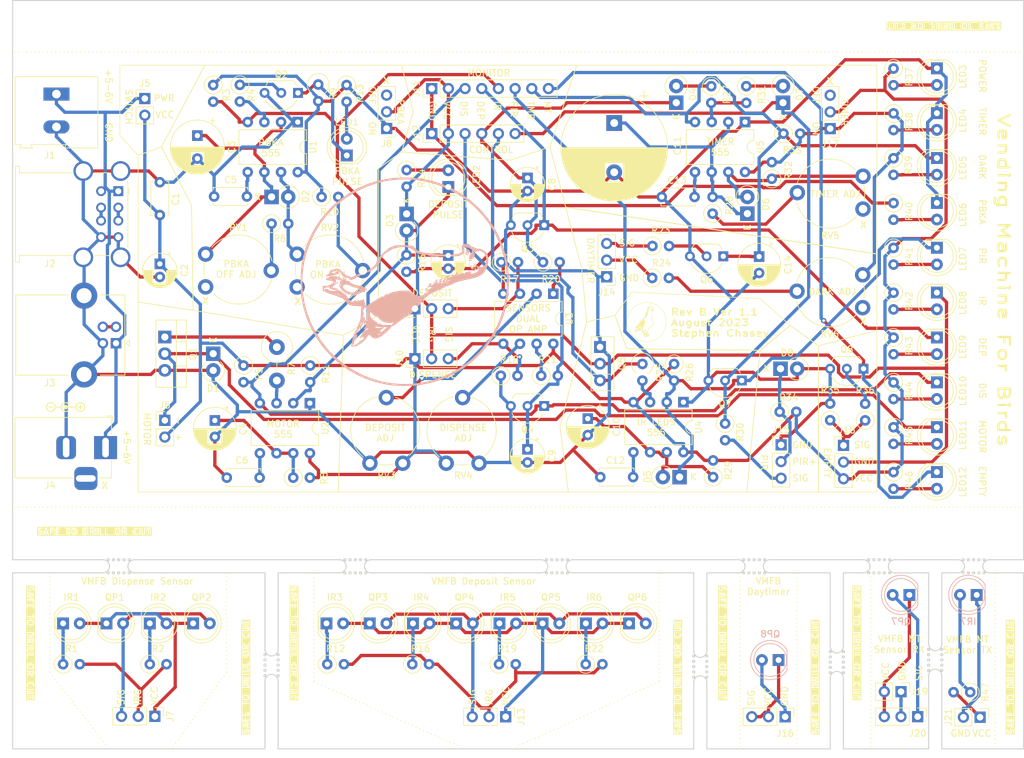
<source format=kicad_pcb>
(kicad_pcb (version 20221018) (generator pcbnew)
  (title_block (title "Vending Machine For Birds") (date "2023-08-01") (rev "B1.1"))
  (layers (0 "F.Cu" signal) (31 "B.Cu" signal) (34 "B.Paste" user) (35 "F.Paste" user) (36 "B.SilkS" user "B.Silkscreen") (37 "F.SilkS" user "F.Silkscreen") (38 "B.Mask" user) (39 "F.Mask" user) (44 "Edge.Cuts" user))
  (net 0 "")
  (net 1 "GND")
  (net 2 "VCC")
  (net 3 "Net-(IR1-K)")
  (net 4 "Net-(IR1-A)")
  (net 5 "Net-(IR2-K)")
  (net 6 "Net-(IR3-K)")
  (net 7 "Net-(IR4-K)")
  (net 8 "Net-(IR5-K)")
  (net 9 "Net-(IR6-K)")
  (net 10 "Net-(LED1-A)")
  (net 12 "Net-(LED2-A)")
  (net 13 "Net-(LED3-A)")
  (net 14 "Net-(LED4-A)")
  (net 15 "Net-(LED5-A)")
  (net 16 "Net-(LED6-A)")
  (net 17 "Net-(LED7-A)")
  (net 18 "Net-(LED8-A)")
  (net 19 "Net-(U2-CV)")
  (net 20 "Net-(U4-CV)")
  (net 21 "Net-(U2-Q)")
  (net 22 "Net-(U4-Q)")
  (net 23 "Net-(LED9-A)")
  (net 24 "PIR+")
  (net 25 "PIRSIG")
  (net 26 "DEPOSIT")
  (net 27 "DISPENSE")
  (net 28 "DEPOSIT ADJ")
  (net 29 "DISPENSE ADJ")
  (net 30 "DEPOSIT CON{slash}MON")
  (net 31 "DISPENSE CON{slash}MON")
  (net 32 "MOTOR TRIGGER")
  (net 33 "MOTOR RESET")
  (net 34 "IR GND")
  (net 35 "IR CON{slash}MON")
  (net 36 "PIR CON{slash}MON")
  (net 37 "PIR MON")
  (net 38 "Net-(LED10-A)")
  (net 39 "DEPOSIT MON")
  (net 40 "Net-(LED11-A)")
  (net 41 "Net-(IR7-K)")
  (net 42 "EMPTY")
  (net 43 "Net-(LED12-A)")
  (net 44 "TIMER MON")
  (net 45 "EMPTY MON")
  (net 46 "Net-(U1-CV)")
  (net 47 "Net-(D5-A)")
  (net 48 "Net-(J17-Pin_1)")
  (net 49 "Net-(J19-Pin_2)")
  (net 50 "Net-(U1-Q)")
  (net 51 "Net-(D1-K)")
  (net 52 "Net-(U2-DIS)")
  (net 53 "Net-(U5-CV)")
  (net 54 "Net-(D2-K)")
  (net 55 "Net-(D4-A)")
  (net 56 "Net-(D6-A)")
  (net 57 "Net-(IR3-A)")
  (net 58 "Net-(IR7-A)")
  (net 59 "Net-(J1-Pin_1)")
  (net 60 "Net-(J3-D+)")
  (net 62 "Net-(J8-Pin_1)")
  (net 63 "Net-(J13-Pin_2)")
  (net 64 "Net-(J13-Pin_3)")
  (net 65 "Net-(J16-Pin_1)")
  (net 66 "Net-(J16-Pin_2)")
  (net 68 "Net-(J19-Pin_1)")
  (net 69 "Net-(J21-Pin_1)")
  (net 70 "Net-(U5-Q)")
  (net 73 "Net-(D6-K)")
  (net 74 "Net-(D2-A)")
  (net 75 "Net-(J14-Pin_2)")
  (net 76 "Net-(R10-Pad2)")
  (net 77 "Net-(D7-A)")
  (net 78 "Net-(J2-D1+)")
  (net 79 "Net-(J2-D2+)")
  (net 81 "Net-(Q1-B)")
  (net 82 "Net-(R6-Pad1)")
  (net 83 "Net-(LED1-K)")
  (net 84 "Net-(J14-Pin_3)")
  (net 85 "Net-(Q2-B)")
  (net 86 "Net-(Q6-B)")
  (net 87 "Net-(R20-Pad2)")
  (net 88 "Net-(R21-Pad1)")
  (net 89 "Net-(R28-Pad1)")
  (net 91 "Net-(J7-Pin_2)")
  (net 92 "Net-(J7-Pin_3)")
  (net 93 "Net-(J20-Pin_1)")
  (net 94 "Net-(R24-Pad2)")
  (net 95 "Net-(Q8-B)")
  (footprint "Capacitor_THT:CP_Radial_D6.3mm_P2.50mm" (layer "F.Cu") (at 184.761 68.7723 -90)
    (fp_text reference "C14")
    (fp_text value "100uF")
  )
  (footprint "Connector_PinHeader_2.54mm:PinHeader_1x03_P2.54mm_Vertical" (layer "F.Cu") (at 92.72 138.811 -90)
    (fp_text reference "J7")
    (fp_text value "Conn_01x03_Pin")
  )
  (footprint "Connector_PinHeader_2.54mm:PinHeader_1x03_P2.54mm_Vertical" (layer "F.Cu") (at 197.612 97.536)
    (fp_text reference "J18")
    (fp_text value "Conn_01x03_Pin")
  )
  (footprint "Connector_PinHeader_2.54mm:PinHeader_1x03_P2.54mm_Vertical" (layer "F.Cu") (at 132.334 76.708 90)
    (fp_text reference "J9")
    (fp_text value "Conn_01x03_Pin")
  )
  (footprint "Resistor_THT:R_Axial_DIN0207_L6.3mm_D2.5mm_P2.54mm_Vertical" (layer "F.Cu") (at 110.49 63.754)
    (fp_text reference "R6")
    (fp_text value "47K")
  )
  (footprint "Diode_THT:D_DO-41_SOD81_P2.54mm_Vertical_KathodeUp" (layer "F.Cu") (at 188.3918 45.334 90)
    (fp_text reference "D7")
    (fp_text value "1N4007")
  )
  (footprint "Resistor_THT:R_Axial_DIN0207_L6.3mm_D2.5mm_P2.54mm_Vertical" (layer "F.Cu") (at 131.049 68.541 -90)
    (fp_text reference "R15")
    (fp_text value "100K")
  )
  (footprint "Connector_BarrelJack:BarrelJack_Horizontal" (layer "F.Cu") (at 85.2043 97.87)
    (fp_text reference "J4")
    (fp_text value "Barrel_Jack_Switch")
  )
  (footprint "Capacitor_THT:CP_Radial_D16.0mm_P7.50mm" (layer "F.Cu") (at 162.687 48.4302 -90)
    (fp_text reference "C11")
    (fp_text value "4700uF")
  )
  (footprint "Diode_THT:D_DO-41_SOD81_P2.54mm_Vertical_KathodeUp" (layer "F.Cu") (at 110.49 59.69)
    (fp_text reference "D2")
    (fp_text value "1N4007")
  )
  (footprint "Capacitor_THT:CP_Radial_D5.0mm_P2.00mm" (layer "F.Cu") (at 137.399 68.602 -90)
    (fp_text reference "C7")
    (fp_text value "10uF")
  )
  (footprint "Connector_PinHeader_2.54mm:PinHeader_1x03_P2.54mm_Vertical" (layer "F.Cu") (at 146.149 138.868 -90)
    (fp_text reference "J13")
    (fp_text value "Conn_01x03_Pin")
  )
  (footprint "Package_TO_SOT_THT:TO-220-3_Vertical" (layer "F.Cu") (at 94.234 81.026 -90)
    (fp_text reference "Q1")
    (fp_text value "TIP41C")
  )
  (footprint "Diode_THT:D_DO-41_SOD81_P2.54mm_Vertical_KathodeUp" (layer "F.Cu") (at 131.064 62.2758 -90)
    (fp_text reference "D3")
    (fp_text value "1N4007")
  )
  (footprint "Resistor_THT:R_Axial_DIN0207_L6.3mm_D2.5mm_P2.54mm_Vertical" (layer "F.Cu") (at 195.58 93.697 90)
    (fp_text reference "R35")
    (fp_text value "10K")
  )
  (footprint "LED_THT:LED_D5.0mm" (layer "F.Cu") (at 211.836 40.0946 -90)
    (fp_text reference "LED3")
    (fp_text value "Signal LED")
  )
  (footprint "Resistor_THT:R_Axial_DIN0207_L6.3mm_D2.5mm_P2.54mm_Vertical" (layer "F.Cu") (at 177.7498 102.362 90)
    (fp_text reference "R29")
    (fp_text value "220K")
  )
  (footprint "LED_THT:LED_D5.0mm" (layer "F.Cu") (at 164.95 124.644)
    (fp_text reference "QP6")
    (fp_text value "SFH313FA-2/3")
  )
  (footprint "Resistor_THT:R_Axial_DIN0207_L6.3mm_D2.5mm_P2.54mm_Vertical" (layer "F.Cu") (at 168.476 72.03)
    (fp_text reference "R24")
    (fp_text value "1K")
  )
  (footprint "Connector_PinHeader_2.54mm:PinHeader_1x06_P2.54mm_Vertical" (layer "F.Cu") (at 134.889 50.038 90)
    (fp_text reference "J12")
    (fp_text value "Conn_01x06_Pin")
  )
  (footprint "Resistor_THT:R_Axial_DIN0207_L6.3mm_D2.5mm_P2.54mm_Vertical" (layer "F.Cu") (at 182.8038 42.8208 -90)
    (fp_text reference "R31")
    (fp_text value "10K")
  )
  (footprint "Capacitor_THT:CP_Radial_D8.0mm_P3.50mm" (layer "F.Cu") (at 99.19 50.3421 -90)
    (fp_text reference "C3")
    (fp_text value "220uF")
  )
  (footprint "Capacitor_THT:C_Disc_D5.0mm_W2.5mm_P5.00mm" (layer "F.Cu") (at 108.672 102.4434 180)
    (fp_text reference "C6")
    (fp_text value "10nF")
  )
  (footprint "Connector_PinHeader_2.54mm:PinHeader_1x03_P2.54mm_Vertical" (layer "F.Cu") (at 132.334 84.328 90)
    (fp_text reference "J10")
    (fp_text value "Conn_01x03_Pin")
  )
  (footprint "Resistor_THT:R_Axial_DIN0207_L6.3mm_D2.5mm_P2.54mm_Vertical" (layer "F.Cu") (at 171.8056 85.1268 -90)
    (fp_text reference "R26")
    (fp_text value "10K")
  )
  (footprint "Potentiometer_THT:Potentiometer_Piher_PT-10-V10_Vertical" (layer "F.Cu") (at 130.476 100.25 90)
    (fp_text reference "RV3")
    (fp_text value "100K")
  )
  (footprint "Package_TO_SOT_THT:TO-92_Inline_Wide" (layer "F.Cu") (at 182.118 87.651 180)
    (fp_text reference "Q7")
    (fp_text value "BC547B")
  )
  (footprint "Package_DIP:DIP-8_W7.62mm" (layer "F.Cu") (at 182.616 48.27 -90)
    (fp_text reference "U5")
    (fp_text value "NE555P")
  )
  (footprint "Resistor_THT:R_Axial_DIN0207_L6.3mm_D2.5mm_P2.54mm_Vertical" (layer "F.Cu") (at 131.935 130.867)
    (fp_text reference "R16")
    (fp_text value "100R")
  )
  (footprint "LED_THT:LED_D5.0mm" (layer "F.Cu") (at 211.836 53.7614 -90)
    (fp_text reference "LED5")
    (fp_text value "Signal LED")
  )
  (footprint "LED_THT:LED_D5.0mm" (layer "F.Cu") (at 78.74 124.644)
    (fp_text reference "IR1")
    (fp_text value "IR LED")
  )
  (footprint "Connector_PinHeader_2.54mm:PinHeader_1x08_P2.54mm_Vertical" (layer "F.Cu") (at 134.889 43.18 90)
    (fp_text reference "J11")
    (fp_text value "Conn_01x08_Pin")
  )
  (footprint "Diode_THT:D_DO-41_SOD81_P2.54mm_Vertical_KathodeUp" (layer "F.Cu") (at 101.6 83.566 -90)
    (fp_text reference "D1")
    (fp_text value "1N4007")
  )
  (footprint "Potentiometer_THT:Potentiometer_Piher_PT-10-V10_Vertical" (layer "F.Cu") (at 200.5292 71.5509 180)
    (fp_text reference "RV6")
    (fp_text value "100K")
  )
  (footprint "Package_TO_SOT_THT:TO-126-3_Vertical" (layer "F.Cu") (at 160.528 82.55 -90)
    (fp_text reference "Q5")
    (fp_text value "BD139")
  )
  (footprint "Resistor_THT:R_Axial_DIN0207_L6.3mm_D2.5mm_P2.54mm_Vertical" (layer "F.Cu") (at 205.232 101.6 -90)
    (fp_text reference "R46")
    (fp_text value "10K")
  )
  (footprint "Resistor_THT:R_Axial_DIN0207_L6.3mm_D2.5mm_P2.54mm_Vertical" (layer "F.Cu") (at 121.92 42.643 -90)
    (fp_text reference "R13")
    (fp_text value "10K")
  )
  (footprint "Package_TO_SOT_THT:TO-92_Inline_Wide" (layer "F.Cu") (at 200.66 85.852 180)
    (fp_text reference "Q8")
    (fp_text value "BC547B")
  )
  (footprint "Package_TO_SOT_THT:TO-92_Inline_Wide" (layer "F.Cu") (at 152.019 91.5294 180)
    (fp_text reference "Q4")
    (fp_text value "BC547B")
  )
  (footprint "Resistor_THT:R_Axial_DIN0207_L6.3mm_D2.5mm_P2.54mm_Vertical" (layer "F.Cu") (at 187.8864 92.4122)
    (fp_text reference "R34")
    (fp_text value "470R")
  )
  (footprint "Capacitor_THT:C_Disc_D5.0mm_W2.5mm_P5.00mm" (layer "F.Cu") (at 93.472 62.444 90)
    (fp_text reference "C1")
    (fp_text value "10nF")
  )
  (footprint "Connector_PinHeader_2.54mm:PinHeader_1x03_P2.54mm_Vertical" (layer "F.Cu") (at 128.016 49.261 180)
    (fp_text reference "J8")
    (fp_text value "Conn_01x03_Pin")
  )
  (footprint "Potentiometer_THT:Potentiometer_Piher_PT-10-V10_Vertical" (layer "F.Cu") (at 142.096 100.25 90)
    (fp_text reference "RV4")
    (fp_text value "100K")
  )
  (footprint "Resistor_THT:R_Axial_DIN0309_L9.0mm_D3.2mm_P2.54mm_Vertical" (layer "F.Cu") (at 166.9796 85.1268 -90)
    (fp_text reference "R25")
    (fp_text value "47R")
  )
  (footprint "Connector_USB:USB_B_Lumberg_2411_02_Horizontal" (layer "F.Cu") (at 86.7975 81.975 180)
    (fp_text reference "J3")
    (fp_text value "USB_B")
  )
  (footprint "TerminalBlock:TerminalBlock_Altech_AK300-2_P5.00mm" (layer "F.Cu") (at 77.724 44.022 -90)
    (fp_text reference "J1")
    (fp_text value "Screw_Terminal_01x02")
  )
  (footprint "Connector_PinHeader_2.54mm:PinHeader_1x02_P2.54mm_Vertical" (layer "F.Cu") (at 94.234 93.726)
    (fp_text reference "J6")
    (fp_text value "Conn_01x02_Pin")
  )
  (footprint "Diode_THT:D_DO-41_SOD81_P2.54mm_Vertical_KathodeUp" (layer "F.Cu") (at 182.9678 62.23 90)
    (fp_text reference "D6")
    (fp_text value "1N4007")
  )
  (footprint "Potentiometer_THT:Potentiometer_Piher_PT-10-V10_Vertical" (layer "F.Cu") (at 200.58 56.532 180)
    (fp_text reference "RV5")
    (fp_text value "2M")
  )
  (footprint "Resistor_THT:R_Axial_DIN0207_L6.3mm_D2.5mm_P2.54mm_Vertical" (layer "F.Cu") (at 205.232 74.2809 -90)
    (fp_text reference "R42")
    (fp_text value "10K")
  )
  (footprint "Resistor_THT:R_Axial_DIN0207_L6.3mm_D2.5mm_P2.54mm_Vertical" (layer "F.Cu") (at 179.578 94.205 -90)
    (fp_text reference "R30")
    (fp_text value "10K")
  )
  (footprint "Resistor_THT:R_Axial_DIN0309_L9.0mm_D3.2mm_P2.54mm_Vertical" (layer "F.Cu") (at 117.602 42.564 -90)
    (fp_text reference "R9")
    (fp_text value "47R")
  )
  (footprint "LED_THT:LED_D5.0mm" (layer "F.Cu") (at 211.836 94.7616 -90)
    (fp_text reference "LED11")
    (fp_text value "Signal LED")
  )
  (footprint "LED_THT:LED_D5.0mm" (layer "F.Cu") (at 211.836 60.5947 -90)
    (fp_text reference "LED6")
    (fp_text value "Signal LED")
  )
  (footprint "Resistor_THT:R_Axial_DIN0207_L6.3mm_D2.5mm_P2.54mm_Vertical" (layer "F.Cu") (at 205.232 53.7916 -90)
    (fp_text reference "R39")
    (fp_text value "10K")
  )
  (footprint "Diode_THT:D_DO-41_SOD81_P2.54mm_Vertical_KathodeUp" (layer "F.Cu") (at 172.643 102.362 180)
    (fp_text reference "D5")
    (fp_text value "1N4007")
  )
  (footprint "Resistor_THT:R_Axial_DIN0207_L6.3mm_D2.5mm_P2.54mm_Vertical" (layer "F.Cu") (at 177.673 62.23 90)
    (fp_text reference "R28")
    (fp_text value "220K")
  )
  (footprint "Capacitor_THT:CP_Radial_D5.0mm_P2.00mm" (layer "F.Cu") (at 93.472 69.882 -90)
    (fp_text reference "C2")
    (fp_text value "10uF")
  )
  (footprint "Resistor_THT:R_Axial_DIN0207_L6.3mm_D2.5mm_P2.54mm_Vertical" (layer "F.Cu") (at 78.735 130.867)
    (fp_text reference "R1")
    (fp_text value "100R")
  )
  (footprint "Capacitor_THT:CP_Radial_D5.0mm_P2.00mm" (layer "F.Cu") (at 149.479 56.7923 -90)
    (fp_text reference "C8")
    (fp_text value "1uF")
  )
  (footprint "Resistor_THT:R_Axial_DIN0207_L6.3mm_D2.5mm_P2.54mm_Vertical" (layer "F.Cu") (at 205.232 81.1107 -90)
    (fp_text reference "R43")
    (fp_text value "10K")
  )
  (footprint "LED_THT:LED_D5.0mm" (layer "F.Cu") (at 132.0279 124.644)
    (fp_text reference "IR4")
    (fp_text value "IR LED")
  )
  (footprint "LED_THT:LED_D5.0mm" (layer "F.Cu") (at 121.949 53.365 90)
    (fp_text reference "LED1")
    (fp_text value "Signal LED")
  )
  (footprint "LED_THT:LED_D5.0mm" (layer "F.Cu") (at 151.7811 124.644)
    (fp_text reference "QP5")
    (fp_text value "SFH313FA-2/3")
  )
  (footprint "Package_DIP:DIP-8_W7.62mm" (layer "F.Cu") (at 116.332 91.106 -90)
    (fp_text reference "U2")
    (fp_text value "NE555P")
  )
  (footprint "Capacitor_THT:CP_Radial_D6.3mm_P2.50mm" (layer "F.Cu") (at 158.6546 93.4578 -90)
    (fp_text reference "C10")
    (fp_text value "100uF")
  )
  (footprint "Resistor_THT:R_Axial_DIN0207_L6.3mm_D2.5mm_P2.54mm_Vertical" (layer "F.Cu") (at 186.69 56.925 90)
    (fp_text reference "R32")
    (fp_text value "1K")
  )
  (footprint "Connector_PinHeader_2.54mm:PinHeader_1x02_P2.54mm_Vertical" (layer "F.Cu") (at 91.186 44.699)
    (fp_text reference "J5")
    (fp_text value "Conn_01x02_Pin")
  )
  (footprint "Capacitor_THT:CP_Radial_D5.0mm_P2.00mm" (layer "F.Cu") (at 149.479 98.1334 -90)
    (fp_text reference "C9")
    (fp_text value "1uF")
  )
  (footprint "Resistor_THT:R_Axial_DIN0207_L6.3mm_D2.5mm_P2.54mm_Vertical" (layer "F.Cu") (at 205.232 87.9404 -90)
    (fp_text reference "R44")
    (fp_text value "10K")
  )
  (footprint "Resistor_THT:R_Axial_DIN0207_L6.3mm_D2.5mm_P2.54mm_Vertical" (layer "F.Cu") (at 158.351 130.867)
    (fp_text reference "R22")
    (fp_text value "100R")
  )
  (footprint "Resistor_THT:R_Axial_DIN0207_L6.3mm_D2.5mm_P2.54mm_Vertical" (layer "F.Cu") (at 145.415 86.9188)
    (fp_text reference "R18")
    (fp_text value "10K")
  )
  (footprint "LED_THT:LED_D5.0mm" (layer "F.Cu") (at 211.836 87.9282 -90)
    (fp_text reference "LED10")
    (fp_text value "Signal LED")
  )
  (footprint "Resistor_THT:R_Axial_DIN0207_L6.3mm_D2.5mm_P2.54mm_Vertical" (layer "F.Cu") (at 205.232 94.7702 -90)
    (fp_text reference "R45")
    (fp_text value "10K")
  )
  (footprint "Resistor_THT:R_Axial_DIN0207_L6.3mm_D2.5mm_P2.54mm_Vertical" (layer "F.Cu") (at 205.232 67.4511 -90)
    (fp_text reference "R41")
    (fp_text value "10K")
  )
  (footprint "Connector_PinHeader_2.54mm:PinHeader_1x03_P2.54mm_Vertical" (layer "F.Cu") (at 161.544 71.856 180)
    (fp_text reference "J14")
    (fp_text value "Conn_01x03_Pin")
  )
  (footprint "Diode_THT:D_DO-41_SOD81_P2.54mm_Vertical_KathodeUp" (layer "F.Cu") (at 172.1358 45.334 90)
    (fp_text reference "D4")
    (fp_text value "1N4007")
  )
  (footprint "LOGO" (layer "F.Cu") (at 167.64 78.74)
    (fp_text reference "Small Dirty Bird" hide)
    (fp_text value "LOGO" hide)
  )
  (footprint "Resistor_THT:R_Axial_DIN0207_L6.3mm_D2.5mm_P2.54mm_Vertical" (layer "F.Cu") (at 101.6 42.643 -90)
    (fp_text reference "R3")
    (fp_text value "10K")
  )
  (footprint "Resistor_THT:R_Axial_DIN0207_L6.3mm_D2.5mm_P2.54mm_Vertical" (layer "F.Cu") (at 151.5618 86.9188)
    (fp_text reference "R21")
    (fp_text value "10K")
  )
  (footprint "LED_THT:LED_D5.0mm" (layer "F.Cu") (at 211.836 101.595 -90)
    (fp_text reference "LED12")
    (fp_text value "Signal LED")
  )
  (footprint "Capacitor_THT:C_Disc_D5.0mm_W2.5mm_P5.00mm" (layer "F.Cu") (at 165.568 102.362 180)
    (fp_text reference "C12")
    (fp_text value "10nF")
  )
  (footprint "Package_DIP:DIP-8_W7.62mm" (layer "F.Cu") (at 153.406 74.432 -90)
    (fp_text reference "U3")
    (fp_text value "LM358")
  )
  (footprint "Resistor_THT:R_Axial_DIN0207_L6.3mm_D2.5mm_P2.54mm_Vertical" (layer "F.Cu") (at 145.143 130.867)
    (fp_text reference "R19")
    (fp_text value "100R")
  )
  (footprint "LED_THT:LED_D5.0mm" (layer "F.Cu") (at 85.339 124.644)
    (fp_text reference "QP1")
    (fp_text value "SFH313FA-2/3")
  )
  (footprint "Capacitor_THT:C_Disc_D5.0mm_W2.5mm_P5.00mm" (layer "F.Cu") (at 174.926 59.69 180)
    (fp_text reference "C13")
    (fp_text value "10nF")
  )
  (footprint "Resistor_THT:R_Axial_DIN0207_L6.3mm_D2.5mm_P2.54mm_Vertical" (layer "F.Cu") (at 106.217 85.3647 -90)
    (fp_text reference "R5")
    (fp_text value "10K")
  )
  (footprint "Resistor_THT:R_Axial_DIN0207_L6.3mm_D2.5mm_P2.54mm_Vertical" (layer "F.Cu") (at 188.468 50.038)
    (fp_text reference "R33")
    (fp_text value "10K")
  )
  (footprint "Resistor_THT:R_Axial_DIN0207_L6.3mm_D2.5mm_P2.54mm_Vertical" (layer "F.Cu") (at 205.232 40.132 -90)
    (fp_text reference "R37")
    (fp_text value "10K")
  )
  (footprint "Resistor_THT:R_Axial_DIN0207_L6.3mm_D2.5mm_P2.54mm_Vertical" (layer "F.Cu") (at 116.377 85.3647 -90)
    (fp_text reference "R11")
    (fp_text value "10K")
  )
  (footprint "Resistor_THT:R_Axial_DIN0207_L6.3mm_D2.5mm_P2.54mm_Vertical" (layer "F.Cu") (at 205.232 46.9618 -90)
    (fp_text reference "R38")
    (fp_text value "10K")
  )
  (footprint "Package_TO_SOT_THT:TO-92_Inline_Wide" (layer "F.Cu") (at 114.5098 43.836 180)
    (fp_text reference "Q2")
    (fp_text value "BC337")
  )
  (footprint "Package_DIP:DIP-8_W7.62mm" (layer "F.Cu") (at 114.4778 48.2839 -90)
    (fp_text reference "U1")
    (fp_text value "NE555P")
  )
  (footprint "LED_THT:LED_D5.0mm" (layer "F.Cu") (at 211.836 46.928 -90)
    (fp_text reference "LED4")
    (fp_text value "Signal LED")
  )
  (footprint "Connector_PinHeader_2.54mm:PinHeader_1x03_P2.54mm_Vertical" (layer "F.Cu") (at 188.1062 97.459)
    (fp_text reference "J15")
    (fp_text value "Conn_01x03_Pin")
  )
  (footprint "LOGO" (layer "F.Cu") (at 79.121 91.694)
    (fp_text reference "Polarity" hide)
    (fp_text value "Center Pos" hide)
  )
  (footprint "Capacitor_THT:C_Disc_D5.0mm_W2.5mm_P5.00mm" (layer "F.Cu") (at 106.7396 59.6148 180)
    (fp_text reference "C5")
    (fp_text value "10nF")
  )
  (footprint "Connector_PinHeader_2.54mm:PinHeader_1x02_P2.54mm_Vertical" (layer "F.Cu") (at 218.416 138.938 -90)
    (fp_text reference "J21")
    (fp_text value "Conn_01x02_Pin")
  )
  (footprint "LED_THT:LED_D5.0mm" (layer "F.Cu") (at 211.836 67.4281 -90)
    (fp_text reference "LED7")
    (fp_text value "Signal LED")
  )
  (footprint "Resistor_THT:R_Axial_DIN0207_L6.3mm_D2.5mm_P2.54mm_Vertical" (layer "F.Cu") (at 151.8376 69.6214)
    (fp_text reference "R20")
    (fp_text value "10K")
  )
  (footprint "Potentiometer_THT:Potentiometer_Piher_PT-10-V10_Vertical" (layer "F.Cu") (at 114.38 73.4022)
    (fp_text reference "RV2")
    (fp_text value "10K")
  )
  (footprint "Resistor_THT:R_Axial_DIN0207_L6.3mm_D2.5mm_P2.54mm_Vertical" (layer "F.Cu") (at 200.914 93.726 90)
    (fp_text reference "R36")
    (fp_text value "10K")
  )
  (footprint "Package_TO_SOT_THT:TO-92_Inline_Wide" (layer "F.Cu") (at 152.019 63.9914 180)
    (fp_text reference "Q3")
    (fp_text value "BC547B")
  )
  (footprint "Diode_THT:D_DO-41_SOD81_P2.54mm_Vertical_KathodeUp" (layer "F.Cu") (at 188.0158 85.852)
    (fp_text reference "D8")
    (fp_text value "5.1V")
  )
  (footprint "LED_THT:LED_D5.0mm" (layer "F.Cu") (at 118.859 124.644)
    (fp_text reference "IR3")
    (fp_text value "IR LED")
  )
  (footprint "Package_TO_SOT_THT:TO-92_Inline_Wide" (layer "F.Cu") (at 179.3 68.728 180)
    (fp_text reference "Q6")
    (fp_text value "BC547B")
  )
  (footprint "Resistor_THT:R_Axial_DIN0207_L6.3mm_D2.5mm_P2.54mm_Vertical" (layer "F.Cu") (at 91.948 130.867)
    (fp_text reference "R2")
    (fp_text value "100R")
  )
  (footprint "LED_THT:LED_D5.0mm" (layer "F.Cu") (at 125.4434 124.644)
    (fp_text reference "QP3")
    (fp_text value "SFH313FA-2/3")
  )
  (footprint "Capacitor_THT:CP_Radial_D6.3mm_P2.50mm" (layer "F.Cu") (at 101.854 93.7336 -90)
    (fp_text reference "C4")
    (fp_text value "100uF")
  )
  (footprint "Resistor_THT:R_Axial_DIN0207_L6.3mm_D2.5mm_P2.54mm_Vertical" (layer "F.Cu") (at 105.664 42.614 -90)
    (fp_text reference "R4")
    (fp_text value "2.2K")
  )
  (footprint "Resistor_THT:R_Axial_DIN0207_L6.3mm_D2.5mm_P2.54mm_Vertical" (layer "F.Cu") (at 113.792 102.4434)
    (fp_text reference "R8")
    (fp_text value "100K")
  )
  (footprint "LED_THT:LED_D5.0mm" (layer "F.Cu") (at 145.1967 124.644)
    (fp_text reference "IR5")
    (fp_text value "IR LED")
  )
  (footprint "LED_THT:LED_D5.0mm" (layer "F.Cu") (at 211.836 81.0949 -90)
    (fp_text reference "LED9")
    (fp_text value "Signal LED")
  )
  (footprint "Connector_PinHeader_2.54mm:PinHeader_1x02_P2.54mm_Vertical" (layer "F.Cu") (at 206.375 135.041 -90)
    (fp_text reference "J19")
    (fp_text value "Conn_01x02_Pin")
  )
  (footprint "Resistor_THT:R_Axial_DIN0207_L6.3mm_D2.5mm_P2.54mm_Vertical" (layer "F.Cu") (at 118.981 130.867)
    (fp_text reference "R12")
    (fp_text value "100R")
  )
  (footprint "Package_DIP:DIP-8_W7.62mm" (layer "F.Cu") (at 173.228 90.947 -90)
    (fp_text reference "U4")
    (fp_text value "NE555P")
  )
  (footprint "Resistor_THT:R_Axial_DIN0207_L6.3mm_D2.5mm_P2.54mm_Vertical" (layer "F.Cu") (at 145.4876 69.6214)
    (fp_text reference "R17")
    (fp_text value "10K")
  )
  (footprint "LED_THT:LED_D5.0mm" (layer "F.Cu") (at 138.6123 124.644)
    (fp_text reference "QP4")
    (fp_text value "SFH313FA-2/3")
  )
  (footprint "Resistor_THT:R_Axial_DIN0207_L6.3mm_D2.5mm_P2.54mm_Vertical" (layer "F.Cu") (at 168.505 67.1607)
    (fp_text reference "R23")
    (fp_text value "10K")
  )
  (footprint "Potentiometer_THT:Potentiometer_Piher_PT-10-V10_Vertical" (layer "F.Cu") (at 100.443 73.3914)
    (fp_text reference "RV1")
    (fp_text value "100K")
  )
  (footprint "LED_THT:LED_D5.0mm" (layer "F.Cu") (at 91.943 124.644)
    (fp_text reference "IR2")
    (fp_text value "IR LED")
  )
  (footprint "Connector_PinHeader_2.54mm:PinHeader_1x03_P2.54mm_Vertical" (layer "F.Cu") (at 208.91 138.851 -90)
    (fp_text reference "J20")
    (fp_text value "Conn_01x03_Pin")
  )
  (footprint "Resistor_THT:R_Axial_DIN0207_L6.3mm_D2.5mm_P2.54mm_Vertical" (layer "F.Cu") (at 131.064 55.587 -90)
    (fp_text reference "R14")
    (fp_text value "10K")
  )
  (footprint "Resistor_THT:R_Axial_DIN0207_L6.3mm_D2.5mm_P2.54mm_Vertical" (layer "F.Cu") (at 205.232 60.6213 -90)
    (fp_text reference "R40")
    (fp_text value "10K")
  )
  (footprint "LED_THT:LED_D5.0mm" (layer "F.Cu") (at 98.547 124.644)
    (fp_text reference "QP2")
    (fp_text value "SFH313FA-2/3")
  )
  (footprint "Resistor_THT:R_Axial_DIN0207_L6.3mm_D2.5mm_P2.54mm_Vertical" (layer "F.Cu") (at 118.11 59.69)
    (fp_text reference "R10")
    (fp_text value "4.7K")
  )
  (footprint "LED_THT:LED_D5.0mm" (layer "F.Cu") (at 158.3656 124.644)
    (fp_text reference "IR6")
    (fp_text value "IR LED")
  )
  (footprint "Resistor_THT:R_Axial_DIN0207_L6.3mm_D2.5mm_P2.54mm_Vertical" (layer "F.Cu") (at 216.916 135.128 180)
    (fp_text reference "R47")
    (fp_text value "100R")
  )
  (footprint "Connector_PinHeader_2.54mm:PinHeader_1x03_P2.54mm_Vertical" (layer "F.Cu") (at 195.58 49.276 180)
    (fp_text reference "J17")
    (fp_text value "Conn_01x03_Pin")
  )
  (footprint "Resistor_THT:R_Axial_DIN0414_L11.9mm_D4.5mm_P5.08mm_Vertical" (layer "F.Cu") (at 111.297 82.567 -90)
    (fp_text reference "R7")
    (fp_text value "22R")
  )
  (footprint "Resistor_THT:R_Axial_DIN0207_L6.3mm_D2.5mm_P2.54mm_Vertical" (layer "F.Cu") (at 177.4698 42.8208 -90)
    (fp_text reference "R27")
    (fp_text value "10K")
  )
  (footprint "LED_THT:LED_D5.0mm" (layer "F.Cu") (at 211.836 74.2615 -90)
    (fp_text reference "LED8")
    (fp_text value "Signal LED")
  )
  (footprint "LED_THT:LED_D5.0mm" (layer "F.Cu") (at 137.414 58.166 90)
    (fp_text reference "LED2")
    (fp_text value "Signal LED")
  )
  (footprint "Connector_PinHeader_2.54mm:PinHeader_1x03_P2.54mm_Vertical" (layer "F.Cu") (at 188.722 138.868 -90)
    (fp_text reference "J16")
    (fp_text value "Conn_01x03_Pin")
  )
  (footprint "Connector_USB:USB_A_Wuerth_61400826021_Horizontal_Stacked" (layer "F.Cu") (at 87.144 58.81 -90)
    (fp_text reference "J2")
    (fp_text value "USB_A_Stacked")
  )
  (footprint "LOGO" (layer "B.Cu") (at 130.81 72.644 90)
    (fp_text reference "DIRTY BIRD" hide)
    (fp_text value "LOGO" hide)
  )
  (footprint "LED_THT:LED_D5.0mm" (layer "B.Cu") (at 217.903 120.309 180)
    (fp_text reference "IR7")
    (fp_text value "IR LED")
  )
  (footprint "LED_THT:LED_D5.0mm" (layer "B.Cu") (at 207.645 120.309 180)
    (fp_text reference "QP7")
    (fp_text value "SFH313FA-2/3")
  )
  (footprint "LED_THT:LED_D5.0mm" (layer "B.Cu") (at 187.726 130.232 180)
    (fp_text reference "QP8")
    (fp_text value "SFH313FA-2/3")
  )
  (gr_poly (pts (xy 156.972 39.624) (xy 152.908 52.07) (xy 157.734 70.612) (xy 158.496 78.74) (xy 162.814 77.724) (xy 164.592 82.804) (xy 184.912 83.058) (xy 189.484 79.248) (xy 193.795432 82.367862) (xy 202.692 80.01) (xy 202.692 39.624)) (stroke (width 0.1)) (fill none) (layer "F.SilkS"))
  (gr_poly (pts (xy 90.17 75.692) (xy 90.17 53.34) (xy 93.726 52.07) (xy 98.298 60.96) (xy 98.552 76.962)) (stroke (width 0.1)) (fill none) (layer "F.SilkS"))
  (gr_line (start 225.044 106.934) (end 71.12 106.934) (stroke (width 0.15) (type dot)) (layer "F.SilkS"))
  (gr_line (start 201.798 116.94355) (end 201.798 143.48655) (stroke (width 0.15) (type dot)) (layer "F.SilkS"))
  (gr_line (start 181.879 116.9605) (end 181.879 143.5035) (stroke (width 0.15) (type dot)) (layer "F.SilkS"))
  (gr_line (start 190.515 117.024) (end 190.515 143.44) (stroke (width 0.15) (type dot)) (layer "F.SilkS"))
  (gr_line (start 169.527 133.534) (end 147.302 143.694) (stroke (width 0.15) (type dot)) (layer "F.SilkS"))
  (gr_line (start 116.949 133.534) (end 139.809 143.694) (stroke (width 0.15) (type dot)) (layer "F.SilkS"))
  (gr_line (start 225.044 37.592) (end 71.115 37.592) (stroke (width 0.15) (type dot)) (layer "F.SilkS"))
  (gr_line (start 76.713 116.897) (end 76.713 132.137) (stroke (width 0.15) (type dot)) (layer "F.SilkS"))
  (gr_line (start 169.527 117.024) (end 169.527 133.534) (stroke (width 0.15) (type dot)) (layer "F.SilkS"))
  (gr_line (start 155.318543 61.257209) (end 202.663365 68.363656) (stroke (width 0.15)) (layer "F.SilkS"))
  (gr_poly (pts (xy 90.17 53.34) (xy 87.376 50.292) (xy 87.376 39.624) (xy 100.33 39.624) (xy 93.726 52.07)) (stroke (width 0.1)) (fill none) (layer "F.SilkS"))
  (gr_poly (pts (xy 189.484 79.248) (xy 184.912 75.184) (xy 165.354 74.168) (xy 162.814 77.724) (xy 158.496 78.74) (xy 162.814 77.724) (xy 164.592 82.804) (xy 184.912 83.058)) (stroke (width 0.1)) (fill none) (layer "F.SilkS"))
  (gr_line (start 103.632 116.897) (end 103.632 132.137) (stroke (width 0.15) (type dot)) (layer "F.SilkS"))
  (gr_poly (pts (xy 164.592 82.804) (xy 162.814 77.724) (xy 158.496 78.74) (xy 154.432 94.742) (xy 155.702 104.648) (xy 182.88 104.648) (xy 184.912 83.058)) (stroke (width 0.1)) (fill none) (layer "F.SilkS"))
  (gr_poly (pts (xy 182.88 104.648) (xy 193.802 104.648) (xy 193.795432 82.367862) (xy 189.484 79.248) (xy 184.912 83.058)) (stroke (width 0.1)) (fill none) (layer "F.SilkS"))
  (gr_line (start 220.697 117.094) (end 220.697 143.51) (stroke (width 0.15) (type dot)) (layer "F.SilkS"))
  (gr_poly (pts (xy 120.65 104.648) (xy 155.702 104.648) (xy 154.432 94.742) (xy 158.496 78.74) (xy 157.734 70.612) (xy 152.908 52.07) (xy 146.812 54.102) (xy 130.302 52.832) (xy 126.746 55.372) (xy 126.746 77.724) (xy 121.412 80.772)) (stroke (width 0.1)) (fill none) (layer "F.SilkS"))
  (gr_poly (pts (xy 132.08 46.736) (xy 130.302 39.624) (xy 156.972 39.624) (xy 152.908 52.07) (xy 146.812 54.102) (xy 130.302 52.832)) (stroke (width 0.1)) (fill none) (layer "F.SilkS"))
  (gr_line (start 103.632 132.137) (end 95.377 143.567) (stroke (width 0.15) (type dot)) (layer "F.SilkS"))
  (gr_line (start 76.713 132.137) (end 85.603 143.567) (stroke (width 0.15) (type dot)) (layer "F.SilkS"))
  (gr_poly (pts (xy 202.692 80.01) (xy 202.692 104.648) (xy 193.802 104.648) (xy 193.795432 82.367862)) (stroke (width 0.1)) (fill none) (layer "F.SilkS"))
  (gr_poly (pts (xy 120.65 104.648) (xy 90.17 104.648) (xy 90.17 75.692) (xy 98.552 76.962) (xy 121.412 80.772)) (stroke (width 0.1)) (fill none) (layer "F.SilkS"))
  (gr_poly (pts (xy 126.746 55.372) (xy 130.302 52.832) (xy 132.08 46.736) (xy 130.302 39.624) (xy 100.33 39.624) (xy 93.726 52.07) (xy 98.298 60.96) (xy 98.552 76.962) (xy 121.412 80.772) (xy 126.746 77.724)) (stroke (width 0.1)) (fill none) (layer "F.SilkS"))
  (gr_line (start 116.949 117.024) (end 116.949 133.534) (stroke (width 0.15) (type dot)) (layer "F.SilkS"))
  (gr_line (start 174.79429 128.83289) (end 174.7943 116.951) (stroke (width 0.15001)) (layer "Edge.Cuts"))
  (gr_circle (center 197.596 132.15285) (end 197.846 132.15285) (fill solid) (layer "Edge.Cuts"))
  (gr_line (start 71.04401 143.764) (end 71.04401 116.95014) (stroke (width 0.15001)) (layer "Edge.Cuts"))
  (gr_circle (center 122.44987 116.951) (end 122.69987 116.951) (fill solid) (layer "Edge.Cuts"))
  (gr_line (start 89.60729 114.951) (end 120.84988 114.951) (stroke (width 0.15001)) (layer "Edge.Cuts"))
  (gr_circle (center 203.0423 114.951) (end 203.2923 114.951) (fill solid) (layer "Edge.Cuts"))
  (gr_circle (center 85.60728 116.951) (end 85.85728 116.951) (fill solid) (layer "Edge.Cuts"))
  (gr_circle (center 109.4925 132.60621) (end 109.7425 132.60621) (fill solid) (layer "Edge.Cuts"))
  (gr_circle (center 155.56543 116.951) (end 155.81543 116.951) (fill solid) (layer "Edge.Cuts"))
  (gr_line (start 195.59601 116.951) (end 186.40093 116.951) (stroke (width 0.15001)) (layer "Edge.Cuts"))
  (gr_circle (center 218.23668 116.951) (end 218.48668 116.951) (fill solid) (layer "Edge.Cuts"))
  (gr_circle (center 215.83668 114.951) (end 216.08668 114.951) (fill solid) (layer "Edge.Cuts"))
  (gr_line (start 174.7943 116.951) (end 156.36543 116.951) (stroke (width 0.15001)) (layer "Edge.Cuts"))
  (gr_circle (center 121.64988 114.951) (end 121.89988 114.951) (fill solid) (layer "Edge.Cuts"))
  (gr_line (start 225.044 29.764) (end 225.044 114.95144) (stroke (width 0.15001)) (layer "Edge.Cuts"))
  (gr_line (start 200.6423 114.951) (end 186.40093 114.951) (stroke (width 0.15001)) (layer "Edge.Cuts"))
  (gr_line (start 195.59601 132.95285) (end 195.594963 143.764) (stroke (width 0.15001)) (layer "Edge.Cuts"))
  (gr_circle (center 153.96543 114.951) (end 154.21543 114.951) (fill solid) (layer "Edge.Cuts"))
  (gr_circle (center 111.49249 131.00622) (end 111.74249 131.00622) (fill solid) (layer "Edge.Cuts"))
  (gr_circle (center 85.60728 114.951) (end 85.85728 114.951) (fill solid) (layer "Edge.Cuts"))
  (gr_line (start 225.01474 114.951) (end 219.83667 114.951) (stroke (width 0.15001)) (layer "Edge.Cuts"))
  (gr_circle (center 184.00093 114.951) (end 184.25093 114.951) (fill solid) (layer "Edge.Cuts"))
  (gr_arc (start 111.49249 128.60622) (mid 110.49249 129.60622) (end 109.49249 128.60622) (stroke (width 0.15001)) (layer "Edge.Cuts"))
  (gr_circle (center 152.36544 114.951) (end 152.61544 114.951) (fill solid) (layer "Edge.Cuts"))
  (gr_line (start 174.794303 143.718) (end 174.7943 133.63291) (stroke (width 0.15001)) (layer "Edge.Cuts"))
  (gr_line (start 195.596 128.15286) (end 195.59601 116.951) (stroke (width 0.15001)) (layer "Edge.Cuts"))
  (gr_line (start 215.03666 114.951) (end 205.44229 114.951) (stroke (width 0.15001)) (layer "Edge.Cuts"))
  (gr_line (start 174.79536 143.764) (end 111.49145 143.764) (stroke (width 0.15001)) (layer "Edge.Cuts"))
  (gr_circle (center 219.03668 114.951) (end 219.28668 114.951) (fill solid) (layer "Edge.Cuts"))
  (gr_arc (start 197.596 128.15286) (mid 196.596 129.15286) (end 195.596 128.15286) (stroke (width 0.15001)) (layer "Edge.Cuts"))
  (gr_line (start 195.59705 143.764) (end 176.793233 143.763999) (stroke (width 0.15001)) (layer "Edge.Cuts"))
  (gr_line (start 120.84988 116.951) (end 111.49249 116.951) (stroke (width 0.15001)) (layer "Edge.Cuts"))
  (gr_circle (center 88.80729 116.951) (end 89.05729 116.951) (fill solid) (layer "Edge.Cuts"))
  (gr_arc (start 71.04401 114.95189) (mid 71.06487 114.951236) (end 71.08574 114.951018) (stroke (width 0.15001)) (layer "Edge.Cuts"))
  (gr_circle (center 121.64988 116.951) (end 121.89988 116.951) (fill solid) (layer "Edge.Cuts"))
  (gr_line (start 181.60094 116.951) (end 176.79429 116.951) (stroke (width 0.15001)) (layer "Edge.Cuts"))
  (gr_circle (center 195.59601 129.75285) (end 195.84601 129.75285) (fill solid) (layer "Edge.Cuts"))
  (gr_circle (center 111.49249 129.40622) (end 111.74249 129.40622) (fill solid) (layer "Edge.Cuts"))
  (gr_arc (start 215.03666 114.951) (mid 216.03666 115.951) (end 215.03666 116.951) (stroke (width 0.15001)) (layer "Edge.Cuts"))
  (gr_circle (center 195.59601 132.15285) (end 195.84601 132.15285) (fill solid) (layer "Edge.Cuts"))
  (gr_circle (center 203.84229 114.951) (end 204.09229 114.951) (fill solid) (layer "Edge.Cuts"))
  (gr_line (start 200.6423 116.951) (end 197.596 116.951) (stroke (width 0.15001)) (layer "Edge.Cuts"))
  (gr_circle (center 124.04987 116.951) (end 124.29987 116.951) (fill solid) (layer "Edge.Cuts"))
  (gr_circle (center 184.80093 114.951) (end 185.05093 114.951) (fill solid) (layer "Edge.Cuts"))
  (gr_circle (center 86.4073 116.951) (end 86.6573 116.951) (fill solid) (layer "Edge.Cuts"))
  (gr_circle (center 88.0073 116.951) (end 88.2573 116.951) (fill solid) (layer "Edge.Cuts"))
  (gr_line (start 197.596 116.951) (end 197.596 128.15286) (stroke (width 0.15001)) (layer "Edge.Cuts"))
  (gr_arc (start 176.79429 128.83289) (mid 175.79429 129.83289) (end 174.79429 128.83289) (stroke (width 0.15001)) (layer "Edge.Cuts"))
  (gr_circle (center 202.2423 114.951) (end 202.4923 114.951) (fill solid) (layer "Edge.Cuts"))
  (gr_circle (center 153.96543 116.951) (end 154.21543 116.951) (fill solid) (layer "Edge.Cuts"))
  (gr_line (start 84.80728 116.951) (end 71.08574 116.951) (stroke (width 0.15001)) (layer "Edge.Cuts"))
  (gr_line (start 215.03666 116.951) (end 212.582 116.951) (stroke (width 0.15001)) (layer "Edge.Cuts"))
  (gr_circle (center 202.2423 116.951) (end 202.4923 116.951) (fill solid) (layer "Edge.Cuts"))
  (gr_circle (center 216.63668 114.951) (end 216.88668 114.951) (fill solid) (layer "Edge.Cuts"))
  (gr_circle (center 197.596 129.75285) (end 197.846 129.75285) (fill solid) (layer "Edge.Cuts"))
  (gr_circle (center 109.4925 130.20622) (end 109.7425 130.20622) (fill solid) (layer "Edge.Cuts"))
  (gr_line (start 109.49356 143.764) (end 109.4925 133.40621) (stroke (width 0.15001)) (layer "Edge.Cuts"))
  (gr_circle (center 111.49249 131.80622) (end 111.74249 131.80622) (fill solid) (layer "Edge.Cuts"))
  (gr_line (start 210.58201 116.951) (end 205.44229 116.951) (stroke (width 0.15001)) (layer "Edge.Cuts"))
  (gr_circle (center 184.80093 116.951) (end 185.05093 116.951) (fill solid) (layer "Edge.Cuts"))
  (gr_arc (start 156.36543 116.951) (mid 155.36543 115.951) (end 156.36543 114.951) (stroke (width 0.15001)) (layer "Edge.Cuts"))
  (gr_circle (center 201.4423 114.951) (end 201.6923 114.951) (fill solid) (layer "Edge.Cuts"))
  (gr_line (start 225.044 116.95059) (end 219.83667 116.951) (stroke (width 0.15001)) (layer "Edge.Cuts"))
  (gr_line (start 109.4925 116.951) (end 89.60729 116.951) (stroke (width 0.15001)) (layer "Edge.Cuts"))
  (gr_circle (center 212.582 130.21282) (end 212.832 130.21282) (fill solid) (layer "Edge.Cuts"))
  (gr_circle (center 182.40094 114.951) (end 182.65094 114.951) (fill solid) (layer "Edge.Cuts"))
  (gr_line (start 176.79428 133.63291) (end 176.793233 143.763999) (stroke (width 0.15001)) (layer "Edge.Cuts"))
  (gr_circle (center 216.63668 116.951) (end 216.88668 116.951) (fill solid) (layer "Edge.Cuts"))
  (gr_circle (center 154.76543 116.951) (end 155.01543 116.951) (fill solid) (layer "Edge.Cuts"))
  (gr_circle (center 109.4925 131.80622) (end 109.7425 131.80622) (fill solid) (layer "Edge.Cuts"))
  (gr_circle (center 153.16543 116.951) (end 153.41543 116.951) (fill solid) (layer "Edge.Cuts"))
  (gr_line (start 71.08574 114.951) (end 84.80728 114.951) (stroke (width 0.15001)) (layer "Edge.Cuts"))
  (gr_circle (center 210.58201 130.21282) (end 210.83201 130.21282) (fill solid) (layer "Edge.Cuts"))
  (gr_circle (center 87.2073 114.951) (end 87.4573 114.951) (fill solid) (layer "Edge.Cuts"))
  (gr_arc (start 225.01474 114.951) (mid 225.029372 114.951107) (end 225.044 114.951428) (stroke (width 0.15001)) (layer "Edge.Cuts"))
  (gr_arc (start 125.64989 116.951) (mid 124.64989 115.951) (end 125.64989 114.951) (stroke (width 0.15001)) (layer "Edge.Cuts"))
  (gr_circle (center 197.596 130.55285) (end 197.846 130.55285) (fill solid) (layer "Edge.Cuts"))
  (gr_line (start 210.58305 143.764) (end 197.59494 143.764) (stroke (width 0.15001)) (layer "Edge.Cuts"))
  (gr_arc (start 89.60729 116.951) (mid 88.60729 115.951) (end 89.60729 114.951) (stroke (width 0.15001)) (layer "Edge.Cuts"))
  (gr_circle (center 124.04987 114.951) (end 124.29987 114.951) (fill solid) (layer "Edge.Cuts"))
  (gr_circle (center 88.80729 114.951) (end 89.05729 114.951) (fill solid) (layer "Edge.Cuts"))
  (gr_line (start 212.582 116.951) (end 212.582 127.81283) (stroke (width 0.15001)) (layer "Edge.Cuts"))
  (gr_circle (center 217.43668 116.951) (end 217.68668 116.951) (fill solid) (layer "Edge.Cuts"))
  (gr_circle (center 176.79429 131.23289) (end 177.04429 131.23289) (fill solid) (layer "Edge.Cuts"))
  (gr_circle (center 197.596 128.95286) (end 197.846 128.95286) (fill solid) (layer "Edge.Cuts"))
  (gr_circle (center 185.60093 116.951) (end 185.85093 116.951) (fill solid) (layer "Edge.Cuts"))
  (gr_circle (center 109.4925 129.40622) (end 109.7425 129.40622) (fill solid) (layer "Edge.Cuts"))
  (gr_circle (center 195.59601 131.35285) (end 195.84601 131.35285) (fill solid) (layer "Edge.Cuts"))
  (gr_circle (center 153.16543 114.951) (end 153.41543 114.951) (fill solid) (layer "Edge.Cuts"))
  (gr_circle (center 87.2073 116.951) (end 87.4573 116.951) (fill solid) (layer "Edge.Cuts"))
  (gr_circle (center 123.24987 116.951) (end 123.49987 116.951) (fill solid) (layer "Edge.Cuts"))
  (gr_circle (center 218.23668 114.951) (end 218.48668 114.951) (fill solid) (layer "Edge.Cuts"))
  (gr_circle (center 124.84989 114.951) (end 125.09989 114.951) (fill solid) (layer "Edge.Cuts"))
  (gr_arc (start 120.84988 114.951) (mid 121.84988 115.951) (end 120.84988 116.951) (stroke (width 0.15001)) (layer "Edge.Cuts"))
  (gr_line (start 109.49249 128.60622) (end 109.4925 116.951) (stroke (width 0.15001)) (layer "Edge.Cuts"))
  (gr_line (start 176.79429 116.951) (end 176.79429 128.83289) (stroke (width 0.15001)) (layer "Edge.Cuts"))
  (gr_circle (center 86.4073 114.951) (end 86.6573 114.951) (fill solid) (layer "Edge.Cuts"))
  (gr_arc (start 200.6423 114.951) (mid 201.6423 115.951) (end 200.6423 116.951) (stroke (width 0.15001)) (layer "Edge.Cuts"))
  (gr_circle (center 122.44987 114.951) (end 122.69987 114.951) (fill solid) (layer "Edge.Cuts"))
  (gr_circle (center 184.00093 116.951) (end 184.25093 116.951) (fill solid) (layer "Edge.Cuts"))
  (gr_circle (center 152.36544 116.951) (end 152.61544 116.951) (fill solid) (layer "Edge.Cuts"))
  (gr_circle (center 182.40094 116.951) (end 182.65094 116.951) (fill solid) (layer "Edge.Cuts"))
  (gr_circle (center 212.582 131.01282) (end 212.832 131.01282) (fill solid) (layer "Edge.Cuts"))
  (gr_circle (center 174.7943 132.03288) (end 175.0443 132.03288) (fill solid) (layer "Edge.Cuts"))
  (gr_circle (center 201.4423 116.951) (end 201.6923 116.951) (fill solid) (layer "Edge.Cuts"))
  (gr_circle (center 215.83668 116.951) (end 216.08668 116.951) (fill solid) (layer "Edge.Cuts"))
  (gr_arc (start 174.7943 133.63291) (mid 175.79429 132.63292) (end 176.79428 133.63291) (stroke (width 0.15001)) (layer "Edge.Cuts"))
  (gr_circle (center 197.596 131.35285) (end 197.846 131.35285) (fill solid) (layer "Edge.Cuts"))
  (gr_line (start 225.044 143.764) (end 212.58094 143.764) (stroke (width 0.15001)) (layer "Edge.Cuts"))
  (gr_line (start 71.04401 29.764) (end 225.044 29.764) (stroke (width 0.15001)) (layer "Edge.Cuts"))
  (gr_circle (center 154.76543 114.951) (end 155.01543 114.951) (fill solid) (layer "Edge.Cuts"))
  (gr_arc (start 212.582 127.81283) (mid 211.582 128.81283) (end 210.582 127.81283) (stroke (width 0.15001)) (layer "Edge.Cuts"))
  (gr_circle (center 210.58201 131.81282) (end 210.83201 131.81282) (fill solid) (layer "Edge.Cuts"))
  (gr_circle (center 174.7943 130.43289) (end 175.0443 130.43289) (fill solid) (layer "Edge.Cuts"))
  (gr_circle (center 195.59601 128.95286) (end 195.84601 128.95286) (fill solid) (layer "Edge.Cuts"))
  (gr_circle (center 203.0423 116.951) (end 203.2923 116.951) (fill solid) (layer "Edge.Cuts"))
  (gr_circle (center 183.20093 116.951) (end 183.45093 116.951) (fill solid) (layer "Edge.Cuts"))
  (gr_arc (start 111.49249 143.718) (mid 111.492226 143.741006) (end 111.491433 143.763999) (stroke (width 0.15001)) (layer "Edge.Cuts"))
  (gr_line (start 181.60094 114.951) (end 156.36543 114.951) (stroke (width 0.15001)) (layer "Edge.Cuts"))
  (gr_circle (center 210.58201 128.61283) (end 210.83201 128.61283) (fill solid) (layer "Edge.Cuts"))
  (gr_circle (center 204.64229 116.951) (end 204.89229 116.951) (fill solid) (layer "Edge.Cuts"))
  (gr_circle (center 210.58201 131.01282) (end 210.83201 131.01282) (fill solid) (layer "Edge.Cuts"))
  (gr_circle (center 185.60093 114.951) (end 185.85093 114.951) (fill solid) (layer "Edge.Cuts"))
  (gr_circle (center 88.0073 114.951) (end 88.2573 114.951) (fill solid) (layer "Edge.Cuts"))
  (gr_line (start 197.59599 132.95285) (end 197.594943 143.764) (stroke (width 0.15001)) (layer "Edge.Cuts"))
  (gr_arc (start 181.60094 114.951) (mid 182.60094 115.951) (end 181.60094 116.951) (stroke (width 0.15001)) (layer "Edge.Cuts"))
  (gr_line (start 111.49248 133.40621) (end 111.49249 143.718) (stroke (width 0.15001)) (layer "Edge.Cuts"))
  (gr_arc (start 84.80728 114.951) (mid 85.80728 115.951) (end 84.80728 116.951) (stroke (width 0.15001)) (layer "Edge.Cuts"))
  (gr_circle (center 174.7943 132.83291) (end 175.0443 132.83291) (fill solid) (layer "Edge.Cuts"))
  (gr_arc (start 210.58201 132.61282) (mid 211.582 131.61283) (end 212.58199 132.61282) (stroke (width 0.15001)) (layer "Edge.Cuts"))
  (gr_circle (center 203.84229 116.951) (end 204.09229 116.951) (fill solid) (layer "Edge.Cuts"))
  (gr_line (start 210.581993 143.718) (end 210.58201 132.61282) (stroke (width 0.15001)) (layer "Edge.Cuts"))
  (gr_line (start 151.56544 114.951) (end 125.64989 114.951) (stroke (width 0.15001)) (layer "Edge.Cuts"))
  (gr_arc (start 71.08574 116.951) (mid 71.064871 116.950782) (end 71.044011 116.950128) (stroke (width 0.15001)) (layer "Edge.Cuts"))
  (gr_line (start 71.04401 114.95189) (end 71.04401 29.764) (stroke (width 0.15001)) (layer "Edge.Cuts"))
  (gr_circle (center 111.49249 132.60621) (end 111.74249 132.60621) (fill solid) (layer "Edge.Cuts"))
  (gr_line (start 151.56544 116.951) (end 125.64989 116.951) (stroke (width 0.15001)) (layer "Edge.Cuts"))
  (gr_circle (center 219.03668 116.951) (end 219.28668 116.951) (fill solid) (layer "Edge.Cuts"))
  (gr_line (start 212.581973 143.718) (end 212.58199 132.61282) (stroke (width 0.15001)) (layer "Edge.Cuts"))
  (gr_arc (start 186.40093 116.951) (mid 185.40093 115.951) (end 186.40093 114.951) (stroke (width 0.15001)) (layer "Edge.Cuts"))
  (gr_circle (center 212.582 131.81282) (end 212.832 131.81282) (fill solid) (layer "Edge.Cuts"))
  (gr_circle (center 217.43668 114.951) (end 217.68668 114.951) (fill solid) (layer "Edge.Cuts"))
  (gr_circle (center 174.7943 131.23289) (end 175.0443 131.23289) (fill solid) (layer "Edge.Cuts"))
  (gr_arc (start 212.582 143.718) (mid 212.581736 143.741006) (end 212.580943 143.764) (stroke (width 0.15001)) (layer "Edge.Cuts"))
  (gr_line (start 210.582 127.81283) (end 210.58201 116.951) (stroke (width 0.15001)) (layer "Edge.Cuts"))
  (gr_circle (center 212.582 128.61283) (end 212.832 128.61283) (fill solid) (layer "Edge.Cuts"))
  (gr_arc (start 205.44229 116.951) (mid 204.44229 115.951) (end 205.44229 114.951) (stroke (width 0.15001)) (layer "Edge.Cuts"))
  (gr_circle (center 210.58201 129.41282) (end 210.83201 129.41282) (fill solid) (layer "Edge.Cuts"))
  (gr_arc (start 195.59601 132.95285) (mid 196.596 131.95286) (end 197.59599 132.95285) (stroke (width 0.15001)) (layer "Edge.Cuts"))
  (gr_circle (center 183.20093 114.951) (end 183.45093 114.951) (fill solid) (layer "Edge.Cuts"))
  (gr_line (start 111.49249 116.951) (end 111.49249 128.60622) (stroke (width 0.15001)) (layer "Edge.Cuts"))
  (gr_circle (center 111.49249 130.20622) (end 111.74249 130.20622) (fill solid) (layer "Edge.Cuts"))
  (gr_circle (center 155.56543 114.951) (end 155.81543 114.951) (fill solid) (layer "Edge.Cuts"))
  (gr_circle (center 124.84989 116.951) (end 125.09989 116.951) (fill solid) (layer "Edge.Cuts"))
  (gr_line (start 109.49356 143.764) (end 71.04401 143.764) (stroke (width 0.15001)) (layer "Edge.Cuts"))
  (gr_circle (center 123.24987 114.951) (end 123.49987 114.951) (fill solid) (layer "Edge.Cuts"))
  (gr_circle (center 176.79429 132.03288) (end 177.04429 132.03288) (fill solid) (layer "Edge.Cuts"))
  (gr_circle (center 212.582 129.41282) (end 212.832 129.41282) (fill solid) (layer "Edge.Cuts"))
  (gr_circle (center 204.64229 114.951) (end 204.89229 114.951) (fill solid) (layer "Edge.Cuts"))
  (gr_arc (start 210.58305 143.764) (mid 210.582257 143.741006) (end 210.581993 143.718) (stroke (width 0.15001)) (layer "Edge.Cuts"))
  (gr_arc (start 109.4925 133.40621) (mid 110.49249 132.40622) (end 111.49248 133.40621) (stroke (width 0.15001)) (layer "Edge.Cuts"))
  (gr_circle (center 174.7943 129.63289) (end 175.0443 129.63289) (fill solid) (layer "Edge.Cuts"))
  (gr_arc (start 151.56544 114.951) (mid 152.56544 115.951) (end 151.56544 116.951) (stroke (width 0.15001)) (layer "Edge.Cuts"))
  (gr_circle (center 176.79429 132.83291) (end 177.04429 132.83291) (fill solid) (layer "Edge.Cuts"))
  (gr_circle (center 176.79429 130.43289) (end 177.04429 130.43289) (fill solid) (layer "Edge.Cuts"))
  (gr_line (start 225.044 116.95059) (end 225.044 143.764) (stroke (width 0.15001)) (layer "Edge.Cuts"))
  (gr_arc (start 219.83667 116.951) (mid 218.83667 115.951) (end 219.83667 114.951) (stroke (width 0.15001)) (layer "Edge.Cuts"))
  (gr_arc (start 174.79536 143.764) (mid 174.794567 143.741006) (end 174.794303 143.718) (stroke (width 0.15001)) (layer "Edge.Cuts"))
  (gr_circle (center 176.79429 129.63289) (end 177.04429 129.63289) (fill solid) (layer "Edge.Cuts"))
  (gr_circle (center 109.4925 131.00622) (end 109.7425 131.00622) (fill solid) (layer "Edge.Cuts"))
  (gr_circle (center 195.59601 130.55285) (end 195.84601 130.55285) (fill solid) (layer "Edge.Cuts"))
  (gr_text "SIG" (at 199.136 98.044) (layer "F.SilkS") (effects (font (size 1 1)) (justify left bottom)))
  (gr_text "OFF" (at 192.8116 44.210966 -90) (layer "F.SilkS") (effects (font (size 1 1)) (justify bottom)))
  (gr_text "DISPENSE\nADJ" (at 139.7 97.028) (layer "F.SilkS") (effects (font (size 1 1)) (justify bottom)))
  (gr_text "PBKA\n555" (at 110.391408 53.594973) (layer "F.SilkS") (effects (font (size 1 1)) (justify bottom)))
  (gr_text "GND" (at 189.245 137.344 90) (layer "F.SilkS") (effects (font (size 1 1)) (justify left bottom)))
  (gr_text "SAFE TO DRILL OR CUT" (at 107.188 141.662 90) (layer "F.SilkS" knockout) (effects (font (size 1 1)) (justify left bottom)))
  (gr_text "SAFE TO DRILL OR CUT" (at 172.974 141.662 90) (layer "F.SilkS" knockout) (effects (font (size 1 1)) (justify left bottom)))
  (gr_text "SIG" (at 189.738 103.1056) (layer "F.SilkS") (effects (font (size 1 1)) (justify left bottom)))
  (gr_text "PIR" (at 218.186 67.31 -90) (layer "F.SilkS") (effects (font (size 1 1)) (justify left bottom)))
  (gr_text "X" (at 127.9564 42.5273) (layer "F.SilkS") (effects (font (size 1 1) (thickness 0.2) bold) (justify bottom)))
  (gr_text "PIR" (at 184.912 98.806 -90) (layer "F.SilkS") (effects (font (size 1 1)) (justify left bottom)))
  (gr_text "IRG" (at 144.244 137.217 90) (layer "F.SilkS") (effects (font (size 1 1)) (justify left bottom)))
  (gr_text "DEP" (at 218.186 81.026 270) (layer "F.SilkS") (effects (font (size 1 1)) (justify left bottom)))
  (gr_text "DEPOSIT\nPULSE" (at 137.414 62.987) (layer "F.SilkS") (effects (font (size 1 1)) (justify bottom)))
  (gr_text "X" (at 200.66 64.516) (layer "F.SilkS") (effects (font (size 1 1) (thickness 0.2) bold) (justify bottom)))
  (gr_text "DAYTIMER" (at 158.496 65.79 -90) (layer "F.SilkS") (effects (font (size 1 1)) (justify left bottom)))
  (gr_text "+5-6V" (at 85.09 40.132 270) (layer "F.SilkS") (effects (font (size 1 1)) (justify left bottom)))
  (gr_text "Vending Machine For Birds" (at 220.98 72.39 270) (layer "F.SilkS") (effects (font (size 1.75 2.5) (thickness 0.35) bold) (justify bottom)))
  (gr_text "IRG" (at 90.703 137.217 90) (layer "F.SilkS") (effects (font (size 1 1)) (justify left bottom)))
  (gr_text "DARK" (at 218.186 53.086 -90) (layer "F.SilkS") (effects (font (size 1 1)) (justify left bottom)))
  (gr_text "GND" (at 189.738 98.044) (layer "F.SilkS") (effects (font (size 1 1)) (justify left bottom)))
  (gr_text "IRG" (at 134.351 79.248 270) (layer "F.SilkS") (effects (font (size 1 1)) (justify left bottom)))
  (gr_text "POWER" (at 218.186 38.608 -90) (layer "F.SilkS") (effects (font (size 1 1)) (justify left bottom)))
  (gr_text "TIMER ADJ" (at 192.452 59.833976) (layer "F.SilkS") (effects (font (size 1 1)) (justify left bottom)))
  (gr_text "SAFE TO DRILL OR CUT" (at 221.742 33.02 180) (layer "F.SilkS" knockout) (effects (font (size 1 1)) (justify left bottom)))
  (gr_text "IR" (at 144.287 44.958 270) (layer "F.SilkS") (effects (font (size 1 1)) (justify left bottom)))
  (gr_text "SWITCH" (at 88.138 43.18 270) (layer "F.SilkS") (effects (font (size 1 1)) (justify left bottom)))
  (gr_text "VCC" (at 146.784 137.217 90) (layer "F.SilkS") (effects (font (size 1 1)) (justify left bottom)))
  (gr_text "SIG" (at 184.165 137.344 90) (layer "F.SilkS") (effects (font (size 1 1)) (justify left bottom)))
  (gr_text "DISPENSE" (at 131.333 87.376) (layer "F.SilkS") (effects (font (size 1 1)) (justify left bottom)))
  (gr_text "X" (at 114.507 76.1746) (layer "F.SilkS") (effects (font (size 1 1) (thickness 0.2) bold) (justify bottom)))
  (gr_text "X" (at 195.58 42.672) (layer "F.SilkS") (effects (font (size 1 1) (thickness 0.2) bold) (justify bottom)))
  (gr_text "VCC" (at 217.141 141.986) (layer "F.SilkS") (effects (font (size 1 1)) (justify left bottom)))
  (gr_text "DEPOSIT\nADJ" (at 127.826 97.028) (layer "F.SilkS") (effects (font (size 1 1)) (justify bottom)))
  (gr_text "PBKA" (at 129.54 46.736 -90) (layer "F.SilkS") (effects (font (size 1 1)) (justify bottom)))
  (gr_text "X" (at 200.5584 79.3138) (layer "F.SilkS") (effects (font (size 1 1) (thickness 0.2) bold) (justify bottom)))
  (gr_text "MOTOR\n555" (at 112.268 96.44) (layer "F.SilkS") (effects (font (size 1 1)) (justify bottom)))
  (gr_text "PBKA\nON ADJ" (at 119.079 72.136) (layer "F.SilkS") (effects (font (size 1 1)) (justify bottom)))
  (gr_text "VCC" (at 136.667 44.958 270) (layer "F.SilkS") (effects (font (size 1 1)) (justify left bottom)))
  (gr_text "CONTROL" (at 140.477 53.086) (layer "F.SilkS") (effects (font (size 1 1)) (justify left bottom)))
  (gr_text "SIG" (at 141.704 137.217 90) (layer "F.SilkS") (effects (font (size 1 1)) (justify left bottom)))
  (gr_text "VCC" (at 93.243 137.217 90) (layer "F.SilkS") (effects (font (size 1 1)) (justify left bottom)))
  (gr_text "OFF" (at 125.222 44.2068 -90) (layer "F.SilkS") (effects (font (size 1 1)) (justify bottom)))
  (gr_text "SAFE TO DRILL OR CUT" (at 113.284 118.802 270) (layer "F.SilkS" knockout) (effects (font (size 1 1)) (justify left bottom)))
  (gr_text "PBKA\nOFF ADJ" (at 105.109 72.0852) (layer "F.SilkS") (effects (font (size 1 1)) (justify bottom)))
  (gr_text "VCC" (at 204.592 133.51705 90) (layer "F.SilkS") (effects (font (size 1 1)) (justify left bottom)))
  (gr_text "TIMER" (at 218.186 45.942222 -90) (layer "F.SilkS") (effects (font (size 1 1)) (justify left bottom)))
  (gr_text "-" (at 96.774 94.488 90) (layer "F.SilkS") (effects (font (size 1 1)) (justify left bottom)))
  (gr_text "VMFB Deposit Sensor" (at 134.734 118.802) (layer "F.SilkS") (effects (font (size 1 1)) (justify left bottom)))
  (gr_text "PIR" (at 146.827 44.958 270) (layer "F.SilkS") (effects (font (size 1 1)) (justify left bottom)))
  (gr_text "DIS" (at 139.207 44.958 270) (layer "F.SilkS") (effects (font (size 1 1)) (justify left bottom)))
  (gr_text "SIG" (at 163.321976 67.284) (layer "F.SilkS") (effects (font (size 1 1)) (justify left bottom)))
  (gr_text "GND" (at 163.321976 72.618) (layer "F.SilkS") (effects (font (size 1 1)) (justify left bottom)))
  (gr_text "SAFE TO DRILL OR CUT" (at 74.676 111.252) (layer "F.SilkS" knockout) (effects (font (size 1 1)) (justify left bottom)))
  (gr_text "PIR+" (at 189.738 100.584) (layer "F.SilkS") (effects (font (size 1 1)) (justify left bottom)))
  (gr_text "TIMER\n555" (at 178.8356 53.476076) (layer "F.SilkS") (effects (font (size 1 1)) (justify bottom)))
  (gr_text "X" (at 100.4354 76.1238) (layer "F.SilkS") (effects (font (size 1 1) (thickness 0.2) bold) (justify bottom)))
  (gr_text "TMR" (at 149.367 44.958 270) (layer "F.SilkS") (effects (font (size 1 1)) (justify left bottom)))
  (gr_text "EMPTY" (at 218.186 100.584 -90) (layer "F.SilkS") (effects (font (size 1 1)) (justify left bottom)))
  (gr_text "GND" (at 207.132 133.51705 90) (layer "F.SilkS") (effects (font (size 1 1)) (justify left bottom)))
  (gr_text "DARK ADJ" (at 192.2272 74.708876) (layer "F.SilkS") (effects (font (size 1 1)) (justify left bottom)))
  (gr_text "ON" (at 125.222 49.276 -90) (layer "F.SilkS") (effects (font (size 1 1)) (justify bottom)))
  (gr_text "IR" (at 218.186 74.676 270) (layer "F.SilkS") (effects (font (size 1 1)) (justify left bottom)))
  (gr_text "SIG" (at 136.891 79.308 -90) (layer "F.SilkS") (effects (font (size 1 1)) (justify left bottom)))
  (gr_text "VMFB MT\nSensor RX" (at 206.116 129.19905) (layer "F.SilkS") (effects (font (size 1 1)) (justify bottom)))
  (gr_text "VCC" (at 186.705 137.344 90) (layer "F.SilkS") (effects (font (size 1 1)) (justify left bottom)))
  (gr_text "GND" (at 213.839 141.986) (layer "F.SilkS") (effects (font (size 1 1)) (justify left bottom)))
  (gr_text "VCC" (at 163.321976 69.824) (layer "F.SilkS") (effects (font (size 1 1)) (justify left bottom)))
  (gr_text "X" (at 85.09 104.22) (layer "F.SilkS") (effects (font (size 1 1) (thickness 0.2) bold) (justify bottom)))
  (gr_text "DIS" (at 218.186 87.884 270) (layer "F.SilkS") (effects (font (size 1 1)) (justify left bottom)))
  (gr_text "SAFE TO DRILL OR CUT" (at 199.009 118.802 270) (layer "F.SilkS" knockout) (effects (font (size 1 1)) (justify left bottom)))
  (gr_text "ON" (at 192.8116 49.275966 -90) (layer "F.SilkS") (effects (font (size 1 1)) (justify bottom)))
  (gr_text "MOTOR" (at 90.932 92.456 -90) (layer "F.SilkS") (effects (font (size 1 1)) (justify left bottom)))
  (gr_text "MONITOR" (at 140.223 41.402) (layer "F.SilkS") (effects (font (size 1 1)) (justify left bottom)))
  (gr_text "SIG" (at 209.672 133.51705 90) (layer "F.SilkS") (effects (font (size 1 1)) (justify left bottom)))
  (gr_text "SAFE TO DRILL OR CUT" (at 193.929 141.662 90) (layer "F.SilkS" knockout) (effects (font (size 1 1)) (justify left bottom)))
  (gr_text "SENSORS\nDUAL\nOP AMP" (at 149.596 80.4164) (layer "F.SilkS") (effects (font (size 1 1)) (justify bottom)))
  (gr_text "GND" (at 85.09 48.26 270) (layer "F.SilkS") (effects (font (size 1 1)) (justify left bottom)))
  (gr_text "PBKA\nPULSE" (at 122.0252 57.937) (layer "F.SilkS") (effects (font (size 1 1)) (justify bottom)))
  (gr_text "VMFB Dispense Sensor" (at 81.417 118.802) (layer "F.SilkS") (effects (font (size 1 1)) (justify left bottom)))
  (gr_text "PWR" (at 92.456 45.212) (layer "F.SilkS") (effects (font (size 1 1)) (justify left bottom)))
  (gr_text "GND" (at 134.381 44.958 270) (layer "F.SilkS") (effects (font (size 1 1)) (justify left bottom)))
  (gr_text "VCC" (at 92.71 47.752) (layer "F.SilkS") (effects (font (size 1 1)) (justify left bottom)))
  (gr_text "DEP" (at 141.747 44.958 270) (layer "F.SilkS") (effects (font (size 1 1)) (justify left bottom)))
  (gr_text "SAFE TO DRILL OR CUT" (at 73.152 118.802 270) (layer "F.SilkS" knockout) (effects (font (size 1 1)) (justify left bottom)))
  (gr_text "GND" (at 199.136 100.584) (layer "F.SilkS") (effects (font (size 1 1)) (justify left bottom)))
  (gr_text "MOTOR" (at 218.186 93.599014 -90) (layer "F.SilkS") (effects (font (size 1 1)) (justify left bottom)))
  (gr_text "VCC" (at 131.811 79.0864 270) (layer "F.SilkS") (effects (font (size 1 1)) (justify left bottom)))
  (gr_text "VCC" (at 199.136 103.124) (layer "F.SilkS") (effects (font (size 1 1)) (justify left bottom)))
  (gr_text "+5-6V" (at 87.884 95.076 270) (layer "F.SilkS") (effects (font (size 1 1)) (justify left bottom)))
  (gr_text "PBKA" (at 218.186 59.944 -90) (layer "F.SilkS") (effects (font (size 1 1)) (justify left bottom)))
  (gr_text "SAFE TO DRILL OR CUT" (at 178.577 118.802 270) (layer "F.SilkS" knockout) (effects (font (size 1 1)) (justify left bottom)))
  (gr_text "MT" (at 151.907 44.958 270) (layer "F.SilkS") (effects (font (size 1 1)) (justify left bottom)))
  (gr_text "VMFB\nDaytimer" (at 186.182 120.396) (layer "F.SilkS") (effects (font (size 1 1)) (justify bottom)))
  (gr_text "TIMER" (at 197.1296 46.8093 -90) (layer "F.SilkS") (effects (font (size 1 1)) (justify bottom)))
  (gr_text "EMPTY" (at 194.564 97.79 -90) (layer "F.SilkS") (effects (font (size 1 1)) (justify left bottom)))
  (gr_text "IR LEDS\n555" (at 169.092 96.1735) (layer "F.SilkS") (effects (font (size 1 1)) (justify bottom)))
  (gr_text "SAFE TO DRILL OR CUT" (at 223.647 141.662 90) (layer "F.SilkS" knockout) (effects (font (size 1 1)) (justify left bottom)))
  (gr_text "+" (at 96.774 97.028 90) (layer "F.SilkS") (effects (font (size 1 1)) (justify left bottom)))
  (gr_text "VMFB MT\nSensor TX" (at 216.506 129.286) (layer "F.SilkS") (effects (font (size 1 1)) (justify bottom)))
  (gr_text "DEPOSIT" (at 131.811 74.93) (layer "F.SilkS") (effects (font (size 1 1)) (justify left bottom)))
  (gr_text "Rev B Ver 1.1\nAugust 2023\nStephen Chasey" (at 171.196 81.026) (layer "F.SilkS") (effects (font (size 1 1.25) (thickness 0.2) bold) (justify left bottom)))
  (gr_text "SIG" (at 88.163 137.217 90) (layer "F.SilkS") (effects (font (size 1 1)) (justify left bottom)))
  (segment (start 145.786 69.9198) (end 145.786 74.432) (width 0.5) (layer "F.Cu") (net 1))
  (segment (start 91.768 55.74) (end 93.472 57.444) (width 0.5) (layer "F.Cu") (net 1))
  (segment (start 188.3877 48.27) (end 197.8587 38.799) (width 0.5) (layer "F.Cu") (net 1))
  (segment (start 160.568 102.362) (end 156.4092 98.2032) (width 0.5) (layer "F.Cu") (net 1))
  (segment (start 181.223 49.663) (end 182.616 48.27) (width 0.5) (layer "F.Cu") (net 1))
  (segment (start 154.479 100.1334) (end 156.4092 98.2032) (width 0.5) (layer "F.Cu") (net 1))
  (segment (start 194.2799 91.157) (end 189.328 96.1089) (width 0.5) (layer "F.Cu") (net 1))
  (segment (start 87.494 68.88) (end 90.496 71.882) (width 0.5) (layer "F.Cu") (net 1))
  (segment (start 188.1062 97.459) (end 188.1062 96.1089) (width 0.5) (layer "F.Cu") (net 1))
  (segment (start 209.1403 38.799) (end 210.4359 40.0946) (width 0.5) (layer "F.Cu") (net 1))
  (segment (start 87.494 55.74) (end 91.768 55.74) (width 0.5) (layer "F.Cu") (net 1))
  (segment (start 162.687 55.9302) (end 159.8249 58.7923) (width 0.5) (layer "F.Cu") (net 1))
  (segment (start 94.234 86.106) (end 92.7339 86.106) (width 0.5) (layer "F.Cu") (net 1))
  (segment (start 143.6433 58.7923) (end 134.889 50.038) (width 0.5) (layer "F.Cu") (net 1))
  (segment (start 103.672 102.4434) (end 101.854 100.6254) (width 0.5) (layer "F.Cu") (net 1))
  (segment (start 101.854 100.6254) (end 101.854 96.2336) (width 0.5) (layer "F.Cu") (net 1))
  (segment (start 149.479 100.1334) (end 154.479 100.1334) (width 0.5) (layer "F.Cu") (net 1))
  (segment (start 177.038 87.651) (end 178.2882 86.4008) (width 0.5) (layer "F.Cu") (net 1))
  (segment (start 140.4251 98.5791) (end 142.096 100.25) (width 0.5) (layer "F.Cu") (net 1))
  (segment (start 149.479 58.7923) (end 143.6433 58.7923) (width 0.5) (layer "F.Cu") (net 1))
  (segment (start 189.328 96.1089) (end 188.1062 96.1089) (width 0.5) (layer "F.Cu") (net 1))
  (segment (start 190.5558 85.852) (end 190.5558 87.4521) (width 0.5) (layer "F.Cu") (net 1))
  (segment (start 84.524 65.81) (end 87.144 65.81) (width 0.5) (layer "F.Cu") (net 1))
  (segment (start 81.814 55.74) (end 87.494 55.74) (width 0.5) (layer "F.Cu") (net 1))
  (segment (start 92.7339 86.106) (end 92.1149 86.725) (width 0.5) (layer "F.Cu") (net 1))
  (segment (start 179.3711 49.663) (end 181.223 49.663) (width 0.5) (layer "F.Cu") (net 1))
  (segment (start 169.926 59.1081) (end 179.3711 49.663) (width 0.5) (layer "F.Cu") (net 1))
  (segment (start 169.926 59.69) (end 166.4468 59.69) (width 0.5) (layer "F.Cu") (net 1))
  (segment (start 184.8918 87.4521) (end 190.5558 87.4521) (width 0.5) (layer "F.Cu") (net 1))
  (segment (start 197.8587 38.799) (end 209.1403 38.799) (width 0.5) (layer "F.Cu") (net 1))
  (segment (start 182.616 48.27) (end 188.3877 48.27) (width 0.5) (layer "F.Cu") (net 1))
  (segment (start 125.476 100.25) (end 127.1469 98.5791) (width 0.5) (layer "F.Cu") (net 1))
  (segment (start 178.2882 86.4008) (end 183.8405 86.4008) (width 0.5) (layer "F.Cu") (net 1))
  (segment (start 156.4092 98.2032) (end 158.6546 95.9578) (width 0.5) (layer "F.Cu") (net 1))
  (segment (start 211.836 40.0946) (end 210.4359 40.0946) (width 0.5) (layer "F.Cu") (net 1))
  (segment (start 169.926 59.69) (end 169.926 59.1081) (width 0.5) (layer "F.Cu") (net 1))
  (segment (start 127.1469 98.5791) (end 140.4251 98.5791) (width 0.5) (layer "F.Cu") (net 1))
  (segment (start 101.6 86.106) (end 94.234 86.106) (width 0.5) (layer "F.Cu") (net 1))
  (segment (start 92.1149 86.725) (end 81.9375 86.725) (width 0.5) (layer "F.Cu") (net 1))
  (segment (start 195.58 85.852) (end 190.5558 85.852) (width 0.5) (layer "F.Cu") (net 1))
  (segment (start 90.496 71.882) (end 93.472 71.882) (width 0.5) (layer "F.Cu") (net 1))
  (segment (start 166.4468 59.69) (end 162.687 55.9302) (width 0.5) (layer "F.Cu") (net 1))
  (segment (start 134.889 50.038) (end 134.889 43.18) (width 0.5) (layer "F.Cu") (net 1))
  (segment (start 159.8249 58.7923) (end 149.479 58.7923) (width 0.5) (layer "F.Cu") (net 1))
  (segment (start 183.8405 86.4008) (end 184.8918 87.4521) (width 0.5) (layer "F.Cu") (net 1))
  (segment (start 195.58 91.157) (end 194.2799 91.157) (width 0.5) (layer "F.Cu") (net 1))
  (segment (start 160.1939 71.856) (end 160.1939 80.8158) (width 0.5) (layer "B.Cu") (net 1))
  (segment (start 160.528 82.55) (end 160.528 81.1499) (width 0.5) (layer "B.Cu") (net 1))
  (segment (start 211.836 40.0946) (end 213.2361 41.4947) (width 0.5) (layer "B.Cu") (net 1))
  (segment (start 105.283 92.4061) (end 105.283 92.8046) (width 0.5) (layer "B.Cu") (net 1))
  (segment (start 101.7396 56.3917) (end 101.7396 59.6148) (width 0.5) (layer "B.Cu") (net 1))
  (segment (start 81.9375 86.725) (end 79.2043 89.4582) (width 0.5) (layer "B.Cu") (net 1))
  (segment (start 116.332 92.4061) (end 105.283 92.4061) (width 0.5) (layer "B.Cu") (net 1))
  (segment (start 159.2761 70.9382) (end 160.1939 71.856) (width 0.5) (layer "B.Cu") (net 1))
  (segment (start 84.7975 81.975) (end 84.7975 83.865) (width 0.5) (layer "B.Cu") (net 1))
  (segment (start 213.2361 44.1278) (end 211.836 45.5279) (width 0.5) (layer "B.Cu") (net 1))
  (segment (start 114.4272 48.2333) (end 113.8272 48.2333) (width 0.5) (layer "B.Cu") (net 1))
  (segment (start 146.939 100.1334) (end 142.2126 100.1334) (width 0.5) (layer "B.Cu") (net 1))
  (segment (start 146.939 63.9914) (end 146.939 61.3323) (width 0.5) (layer "B.Cu") (net 1))
  (segment (start 161.9443 92.6681) (end 161.9443 83.9663) (width 0.5) (layer "B.Cu") (net 1))
  (segment (start 101.6 87.7061) (end 105.283 91.3891) (width 0.5) (layer "B.Cu") (net 1))
  (segment (start 211.836 46.928) (end 210.4359 48.3281) (width 0.5) (layer "B.Cu") (net 1))
  (segment (start 81.9375 79.115) (end 81.9375 74.725) (width 0.5) (layer "B.Cu") (net 1))
  (segment (start 146.939 91.5294) (end 145.415 90.0054) (width 0.5) (layer "B.Cu") (net 1))
  (segment (start 160.1939 80.8158) (end 160.528 81.1499) (width 0.5) (layer "B.Cu") (net 1))
  (segment (start 101.6 86.106) (end 101.6 87.7061) (width 0.5) (layer "B.Cu") (net 1))
  (segment (start 113.8272 48.2333) (end 109.9666 52.0939) (width 0.5) (layer "B.Cu") (net 1))
  (segment (start 116.332 91.106) (end 116.332 92.2185) (width 0.5) (layer "B.Cu") (net 1))
  (segment (start 84.7975 83.865) (end 81.9375 86.725) (width 0.5) (layer "B.Cu") (net 1))
  (segment (start 105.283 92.8046) (end 101.854 96.2336) (width 0.5) (layer "B.Cu") (net 1))
  (segment (start 147.4608 70.9382) (end 159.2761 70.9382) (width 0.5) (layer "B.Cu") (net 1))
  (segment (start 146.144 64.7864) (end 146.144 69.6214) (width 0.5) (layer "B.Cu") (net 1))
  (segment (start 184.761 71.2723) (end 180.7627 75.2706) (width 0.5) (layer "B.Cu") (net 1))
  (segment (start 84.7975 81.975) (end 81.9375 79.115) (width 0.5) (layer "B.Cu") (net 1))
  (segment (start 213.2361 41.4947) (end 213.2361 44.1278) (width 0.5) (layer "B.Cu") (net 1))
  (segment (start 146.939 100.1334) (end 146.939 91.5294) (width 0.5) (layer "B.Cu") (net 1))
  (segment (start 109.4298 43.836) (end 113.8272 48.2333) (width 0.5) (layer "B.Cu") (net 1))
  (segment (start 180.7627 75.2706) (end 174.22 68.728) (width 0.5) (layer "B.Cu") (net 1))
  (segment (start 146.939 63.9914) (end 146.144 64.7864) (width 0.5) (layer "B.Cu") (net 1))
  (segment (start 117.6321 92.4061) (end 125.476 100.25) (width 0.5) (layer "B.Cu") (net 1))
  (segment (start 174.5281 90.947) (end 177.038 88.4371) (width 0.5) (layer "B.Cu") (net 1))
  (segment (start 77.724 49.022) (end 77.724 50.5121) (width 0.5) (layer "B.Cu") (net 1))
  (segment (start 81.814 55.74) (end 81.814 63.1) (width 0.5) (layer "B.Cu") (net 1))
  (segment (start 109.9666 52.0939) (end 106.0374 52.0939) (width 0.5) (layer "B.Cu") (net 1))
  (segment (start 77.724 50.5121) (end 81.814 54.6021) (width 0.5) (layer "B.Cu") (net 1))
  (segment (start 161.9443 83.9663) (end 160.528 82.55) (width 0.5) (layer "B.Cu") (net 1))
  (segment (start 161.544 71.856) (end 160.1939 71.856) (width 0.5) (layer "B.Cu") (net 1))
  (segment (start 210.4359 57.7945) (end 211.836 59.1946) (width 0.5) (layer "B.Cu") (net 1))
  (segment (start 116.332 92.4061) (end 117.6321 92.4061) (width 0.5) (layer "B.Cu") (net 1))
  (segment (start 146.939 100.1334) (end 149.479 100.1334) (width 0.5) (layer "B.Cu") (net 1))
  (segment (start 173.228 90.947) (end 174.5281 90.947) (width 0.5) (layer "B.Cu") (net 1))
  (segment (start 105.283 91.3891) (end 105.283 92.4061) (width 0.5) (layer "B.Cu") (net 1))
  (segment (start 81.814 63.1) (end 84.524 65.81) (width 0.5) (layer "B.Cu") (net 1))
  (segment (start 177.038 88.4371) (end 177.038 87.651) (width 0.5) (layer "B.Cu") (net 1))
  (segment (start 158.6546 95.9578) (end 161.9443 92.6681) (width 0.5) (layer "B.Cu") (net 1))
  (segment (start 211.836 60.5947) (end 211.836 59.1946) (width 0.5) (layer "B.Cu") (net 1))
  (segment (start 87.144 68.53) (end 87.144 65.81) (width 0.5) (layer "B.Cu") (net 1))
  (segment (start 210.4359 48.3281) (end 210.4359 57.7945) (width 0.5) (layer "B.Cu") (net 1))
  (segment (start 195.58 85.852) (end 195.58 91.157) (width 0.5) (layer "B.Cu") (net 1))
  (segment (start 81.9375 69.0035) (end 81.9375 74.725) (width 0.5) (layer "B.Cu") (net 1))
  (segment (start 146.939 61.3323) (end 149.479 58.7923) (width 0.5) (layer "B.Cu") (net 1))
  (segment (start 146.144 69.6214) (end 147.4608 70.9382) (width 0.5) (layer "B.Cu") (net 1))
  (segment (start 145.415 90.0054) (end 145.415 86.9188) (width 0.5) (layer "B.Cu") (net 1))
  (segment (start 180.7627 75.2706) (end 177.038 78.9953) (width 0.5) (layer "B.Cu") (net 1))
  (segment (start 93.472 57.444) (end 95.5881 57.444) (width 0.5) (layer "B.Cu") (net 1))
  (segment (start 116.332 92.2185) (end 116.332 92.4061) (width 0.5) (layer "B.Cu") (net 1))
  (segment (start 177.038 78.9953) (end 177.038 87.651) (width 0.5) (layer "B.Cu") (net 1))
  (segment (start 146.144 69.6214) (end 145.4876 69.6214) (width 0.5) (layer "B.Cu") (net 1))
  (segment (start 174.22 63.984) (end 169.926 59.69) (width 0.5) (layer "B.Cu") (net 1))
  (segment (start 99.19 53.8421) (end 101.7396 56.3917) (width 0.5) (layer "B.Cu") (net 1))
  (segment (start 79.2043 89.4582) (end 79.2043 97.87) (width 0.5) (layer "B.Cu") (net 1))
  (segment (start 106.0374 52.0939) (end 101.7396 56.3917) (width 0.5) (layer "B.Cu") (net 1))
  (segment (start 81.814 68.52) (end 84.524 65.81) (width 0.5) (layer "B.Cu") (net 1))
  (segment (start 95.5881 57.444) (end 99.19 53.8421) (width 0.5) (layer "B.Cu") (net 1))
  (segment (start 211.836 46.928) (end 211.836 45.5279) (width 0.5) (layer "B.Cu") (net 1))
  (segment (start 174.22 68.728) (end 174.22 63.984) (width 0.5) (layer "B.Cu") (net 1))
  (segment (start 199.9781 101.6) (end 198.9621 102.616) (width 0.5) (layer "F.Cu") (net 2))
  (segment (start 117.6321 101.3262) (end 116.332 100.0261) (width 0.5) (layer "F.Cu") (net 2))
  (segment (start 131.659 84.328) (end 131.6626 84.328) (width 0.5) (layer "F.Cu") (net 2))
  (segment (start 203.9318 43.4584) (end 200.2077 43.4584) (width 0.5) (layer "F.Cu") (net 2))
  (segment (start 206.6552 66.0279) (end 210.974 66.0279) (width 0.5) (layer "F.Cu") (net 2))
  (segment (start 163.769 90.4081) (end 160.462 90.4081) (width 0.5) (layer "F.Cu") (net 2))
  (segment (start 213.239 45.7686) (end 212.2648 44.7944) (width 0.5) (layer "F.Cu") (net 2))
  (segment (start 128.7624 101.9636) (end 117.6321 101.9636) (width 0.5) (layer "F.Cu") (net 2))
  (segment (start 116.332 98.726) (end 116.332 100.0261) (width 0.5) (layer "F.Cu") (net 2))
  (segment (start 137.429 50.038) (end 137.429 43.18) (width 0.5) (layer "F.Cu") (net 2))
  (segment (start 177.7498 99.822) (end 183.0166 99.822) (width 0.5) (layer "F.Cu") (net 2))
  (segment (start 175.1947 98.567) (end 176.4497 99.822) (width 0.5) (layer "F.Cu") (net 2))
  (segment (start 153.406 82.052) (end 153.406 83.3521) (width 0.5) (layer "F.Cu") (net 2))
  (segment (start 205.232 101.6) (end 199.9781 101.6) (width 0.5) (layer "F.Cu") (net 2))
  (segment (start 164.3079 90.947) (end 163.769 90.4081) (width 0.5) (layer "F.Cu") (net 2))
  (segment (start 212.2648 44.7944) (end 205.2678 44.7944) (width 0.5) (layer "F.Cu") (net 2))
  (segment (start 203.9318 43.4584) (end 203.9318 41.4322) (width 0.5) (layer "F.Cu") (net 2))
  (segment (start 203.9318 41.4322) (end 205.232 40.132) (width 0.5) (layer "F.Cu") (net 2))
  (segment (start 145.1074 85.3722) (end 151.3859 85.3722) (width 0.5) (layer "F.Cu") (net 2))
  (segment (start 131.6626 84.328) (end 133.02 85.6854) (width 0.5) (layer "F.Cu") (net 2))
  (segment (start 177.7498 99.822) (end 176.4497 99.822) (width 0.5) (layer "F.Cu") (net 2))
  (segment (start 137.429 43.18) (end 136.0789 41.8299) (width 0.5) (layer "F.Cu") (net 2))
  (segment (start 117.6321 102.4434) (end 117.6321 101.9636) (width 0.5) (layer "F.Cu") (net 2))
  (segment (start 132.334 84.328) (end 131.6626 84.328) (width 0.5) (layer "F.Cu") (net 2))
  (segment (start 200.2077 43.4584) (end 196.9301 46.736) (width 0.5) (layer "F.Cu") (net 2))
  (segment (start 131.659 84.328) (end 130.9839 84.328) (width 0.5) (layer "F.Cu") (net 2))
  (segment (start 195.58 46.736) (end 196.9301 46.736) (width 0.5) (layer "F.Cu") (net 2))
  (segment (start 106.217 85.3647) (end 116.377 85.3647) (width 0.5) (layer "F.Cu") (net 2))
  (segment (start 151.3859 85.3722) (end 153.406 83.3521) (width 0.5) (layer "F.Cu") (net 2))
  (segment (start 210.974 66.0279) (end 213.239 63.7629) (width 0.5) (layer "F.Cu") (net 2))
  (segment (start 133.8318 41.8299) (end 129.3661 46.2956) (width 0.5) (layer "F.Cu") (net 2))
  (segment (start 129.3661 46.2956) (end 129.3661 46.721) (width 0.5) (layer "F.Cu") (net 2))
  (segment (start 160.462 90.4081) (end 153.406 83.3521) (width 0.5) (layer "F.Cu") (net 2))
  (segment (start 128.016 46.721) (end 129.3661 46.721) (width 0.5) (layer "F.Cu") (net 2))
  (segment (start 129.9472 85.3647) (end 130.9839 84.328) (width 0.5) (layer "F.Cu") (net 2))
  (segment (start 213.239 63.7629) (end 213.239 45.7686) (width 0.5) (layer "F.Cu") (net 2))
  (segment (start 171.8056 85.1268) (end 165.9854 90.947) (width 0.5) (layer "F.Cu") (net 2))
  (segment (start 205.2678 44.7944) (end 203.9318 43.4584) (width 0.5) (layer "F.Cu") (net 2))
  (segment (start 205.232 67.4511) (end 206.6552 66.0279) (width 0.5) (layer "F.Cu") (net 2))
  (segment (start 116.377 85.3647) (end 129.9472 85.3647) (width 0.5) (layer "F.Cu") (net 2))
  (segment (start 144.7942 85.6854) (end 145.1074 85.3722) (width 0.5) (layer "F.Cu") (net 2))
  (segment (start 136.0789 41.8299) (end 133.8318 41.8299) (width 0.5) (layer "F.Cu") (net 2))
  (segment (start 130.476 100.25) (end 128.7624 101.9636) (width 0.5) (layer "F.Cu") (net 2))
  (segment (start 197.612 102.616) (end 198.9621 102.616) (width 0.5) (layer "F.Cu") (net 2))
  (segment (start 165.608 90.947) (end 164.3079 90.947) (width 0.5) (layer "F.Cu") (net 2))
  (segment (start 173.228 98.567) (end 175.1947 98.567) (width 0.5) (layer "F.Cu") (net 2))
  (segment (start 183.0166 99.822) (end 190.4264 92.4122) (width 0.5) (layer "F.Cu") (net 2))
  (segment (start 116.332 102.4434) (end 117.6321 102.4434) (width 0.5) (layer "F.Cu") (net 2))
  (segment (start 133.02 85.6854) (end 144.7942 85.6854) (width 0.5) (layer "F.Cu") (net 2))
  (segment (start 117.6321 101.9636) (end 117.6321 101.3262) (width 0.5) (layer "F.Cu") (net 2))
  (segment (start 171.9279 97.2669) (end 165.608 90.947) (width 0.5) (layer "B.Cu") (net 2))
  (segment (start 91.186 60.158) (end 93.472 62.444) (width 0.5) (layer "B.Cu") (net 2))
  (segment (start 131.064 58.127) (end 137.429 51.762) (width 0.5) (layer "B.Cu") (net 2))
  (segment (start 190.4264 92.4122) (end 190.4264 95.4304) (width 0.5) (layer "B.Cu") (net 2))
  (segment (start 203.9208 72.9697) (end 205.232 74.2809) (width 0.5) (layer "B.Cu") (net 2))
  (segment (start 93.472 62.444) (end 93.472 69.882) (width 0.5) (layer "B.Cu") (net 2))
  (segment (start 135.238 98.392) (end 137.096 100.25) (width 0.5) (layer "B.Cu") (net 2))
  (segment (start 99.6479 81.9608) (end 102.9842 81.9608) (width 0.5) (layer "B.Cu") (net 2))
  (segment (start 206.5322 96.0704) (end 205.232 94.7702) (width 0.5) (layer "B.Cu") (net 2))
  (segment (start 99.6479 81.9608) (end 99.6479 76.0579) (width 0.5) (layer "B.Cu") (net 2))
  (segment (start 132.334 76.708) (end 132.334 84.328) (width 0.5) (layer "B.Cu") (net 2))
  (segment (start 203.9318 82.4109) (end 205.232 81.1107) (width 0.5) (layer "B.Cu") (net 2))
  (segment (start 173.228 97.2669) (end 171.9279 97.2669) (width 0.5) (layer "B.Cu") (net 2))
  (segment (start 132.7294 63.9412) (end 131.064 62.2758) (width 0.5) (layer "B.Cu") (net 2))
  (segment (start 173.228 98.567) (end 173.228 97.2669) (width 0.5) (layer "B.Cu") (net 2))
  (segment (start 205.232 101.6) (end 206.5322 100.2998) (width 0.5) (layer "B.Cu") (net 2))
  (segment (start 102.9842 81.9608) (end 106.217 85.1936) (width 0.5) (layer "B.Cu") (net 2))
  (segment (start 203.9318 86.6402) (end 203.9318 82.4109) (width 0.5) (layer "B.Cu") (net 2))
  (segment (start 94.234 96.266) (end 99.6479 90.8521) (width 0.5) (layer "B.Cu") (net 2))
  (segment (start 206.5322 89.2406) (end 205.232 87.9404) (width 0.5) (layer "B.Cu") (net 2))
  (segment (start 205.232 81.1107) (end 203.9318 79.8105) (width 0.5) (layer "B.Cu") (net 2))
  (segment (start 205.232 87.9404) (end 203.9318 86.6402) (width 0.5) (layer "B.Cu") (net 2))
  (segment (start 131.064 58.127) (end 131.064 62.2758) (width 0.5) (layer "B.Cu") (net 2))
  (segment (start 91.186 47.239) (end 91.186 60.158) (width 0.5) (layer "B.Cu") (net 2))
  (segment (start 137.429 50.038) (end 137.429 51.762) (width 0.5) (layer "B.Cu") (net 2))
  (segment (start 132.7294 74.9625) (end 132.7294 63.9412) (width 0.5) (layer "B.Cu") (net 2))
  (segment (start 99.6479 90.8521) (end 99.6479 81.9608) (width 0.5) (layer "B.Cu") (net 2))
  (segment (start 132.334 98.392) (end 130.476 100.25) (width 0.5) (layer "B.Cu") (net 2))
  (segment (start 205.232 67.4511) (end 203.9208 68.7623) (width 0.5) (layer "B.Cu") (net 2))
  (segment (start 99.6479 76.0579) (end 93.472 69.882) (width 0.5) (layer "B.Cu") (net 2))
  (segment (start 132.334 98.392) (end 132.334 84.328) (width 0.5) (layer "B.Cu") (net 2))
  (segment (start 206.5322 93.47) (end 206.5322 89.2406) (width 0.5) (layer "B.Cu") (net 2))
  (segment (start 203.9318 75.5811) (end 205.232 74.2809) (width 0.5) (layer "B.Cu") (net 2))
  (segment (start 132.334 76.708) (end 132.334 75.3579) (width 0.5) (layer "B.Cu") (net 2))
  (segment (start 203.9318 79.8105) (end 203.9318 75.5811) (width 0.5) (layer "B.Cu") (net 2))
  (segment (start 203.9208 68.7623) (end 203.9208 72.9697) (width 0.5) (layer "B.Cu") (net 2))
  (segment (start 132.334 98.392) (end 135.238 98.392) (width 0.5) (layer "B.Cu") (net 2))
  (segment (start 132.334 75.3579) (end 132.7294 74.9625) (width 0.5) (layer "B.Cu") (net 2))
  (segment (start 190.4264 95.4304) (end 197.612 102.616) (width 0.5) (layer "B.Cu") (net 2))
  (segment (start 205.232 94.7702) (end 206.5322 93.47) (width 0.5) (layer "B.Cu") (net 2))
  (segment (start 206.5322 100.2998) (end 206.5322 96.0704) (width 0.5) (layer "B.Cu") (net 2))
  (segment (start 78.735 126.0491) (end 78.735 130.867) (width 0.5) (layer "B.Cu") (net 3))
  (segment (start 78.74 124.644) (end 78.74 126.0441) (width 0.5) (layer "B.Cu") (net 3))
  (segment (start 78.74 126.0441) (end 78.735 126.0491) (width 0.5) (layer "B.Cu") (net 3))
  (segment (start 95.8165 124.644) (end 94.483 124.644) (width 0.5) (layer "F.Cu") (net 4))
  (segment (start 92.72 138.811) (end 92.72 137.4609) (width 0.5) (layer "F.Cu") (net 4))
  (segment (start 98.547 124.644) (end 95.8165 124.644) (width 0.5) (layer "F.Cu") (net 4))
  (segment (start 85.339 124.644) (end 81.28 124.644) (width 0.5) (layer "F.Cu") (net 4))
  (segment (start 95.8165 124.644) (end 95.8165 134.3644) (width 0.5) (layer "F.Cu") (net 4))
  (segment (start 95.8165 134.3644) (end 92.72 137.4609) (width 0.5) (layer "F.Cu") (net 4))
  (segment (start 94.483 124.644) (end 93.0119 123.1729) (width 0.5) (layer "B.Cu") (net 4))
  (segment (start 93.0119 123.1729) (end 86.8101 123.1729) (width 0.5) (layer "B.Cu") (net 4))
  (segment (start 86.8101 123.1729) (end 85.339 124.644) (width 0.5) (layer "B.Cu") (net 4))
  (segment (start 91.948 126.0491) (end 91.948 130.867) (width 0.5) (layer "B.Cu") (net 5))
  (segment (start 91.943 124.644) (end 91.943 126.0441) (width 0.5) (layer "B.Cu") (net 5))
  (segment (start 91.943 126.0441) (end 91.948 126.0491) (width 0.5) (layer "B.Cu") (net 5))
  (segment (start 118.859 126.0441) (end 118.981 126.1661) (width 0.5) (layer "B.Cu") (net 6))
  (segment (start 118.859 124.644) (end 118.859 126.0441) (width 0.5) (layer "B.Cu") (net 6))
  (segment (start 118.981 126.1661) (end 118.981 130.867) (width 0.5) (layer "B.Cu") (net 6))
  (segment (start 132.0279 124.644) (end 132.0279 130.7741) (width 0.5) (layer "B.Cu") (net 7))
  (segment (start 145.1967 124.644) (end 145.1967 130.8133) (width 0.5) (layer "B.Cu") (net 8))
  (segment (start 158.3656 124.644) (end 158.3656 130.8524) (width 0.5) (layer "B.Cu") (net 9))
  (segment (start 121.92 50.796) (end 121.92 45.183) (width 0.5) (layer "B.Cu") (net 10))
  (segment (start 137.375 55.587) (end 131.064 55.587) (width 0.5) (layer "F.Cu") (net 12))
  (segment (start 211.836 42.6346) (end 206.5695 42.6346) (width 0.5) (layer "F.Cu") (net 13))
  (segment (start 206.5695 42.6346) (end 206.5321 42.672) (width 0.5) (layer "F.Cu") (net 13))
  (segment (start 205.232 42.672) (end 206.5321 42.672) (width 0.5) (layer "F.Cu") (net 13))
  (segment (start 211.836 49.468) (end 206.5659 49.468) (width 0.5) (layer "F.Cu") (net 14))
  (segment (start 206.5659 49.468) (end 206.5321 49.5018) (width 0.5) (layer "F.Cu") (net 14))
  (segment (start 205.232 49.5018) (end 206.5321 49.5018) (width 0.5) (layer "F.Cu") (net 14))
  (segment (start 205.232 56.3316) (end 206.5321 56.3316) (width 0.5) (layer "F.Cu") (net 15))
  (segment (start 211.836 56.3014) (end 206.5623 56.3014) (width 0.5) (layer "F.Cu") (net 15))
  (segment (start 206.5623 56.3014) (end 206.5321 56.3316) (width 0.5) (layer "F.Cu") (net 15))
  (segment (start 205.232 63.1613) (end 206.5321 63.1613) (width 0.5) (layer "F.Cu") (net 16))
  (segment (start 211.836 63.1347) (end 206.5587 63.1347) (width 0.5) (layer "F.Cu") (net 16))
  (segment (start 206.5587 63.1347) (end 206.5321 63.1613) (width 0.5) (layer "F.Cu") (net 16))
  (segment (start 206.5551 69.9681) (end 206.5321 69.9911) (width 0.5) (layer "F.Cu") (net 17))
  (segment (start 211.836 69.9681) (end 206.5551 69.9681) (width 0.5) (layer "F.Cu") (net 17))
  (segment (start 205.232 69.9911) (end 206.5321 69.9911) (width 0.5) (layer "F.Cu") (net 17))
  (segment (start 211.836 76.8015) (end 206.5515 76.8015) (width 0.5) (layer "F.Cu") (net 18))
  (segment (start 205.232 76.8209) (end 206.5321 76.8209) (width 0.5) (layer "F.Cu") (net 18))
  (segment (start 206.5515 76.8015) (end 206.5321 76.8209) (width 0.5) (layer "F.Cu") (net 18))
  (segment (start 108.712 98.726) (end 108.712 102.4034) (width 0.5) (layer "B.Cu") (net 19))
  (segment (start 165.608 98.567) (end 165.608 102.322) (width 0.5) (layer "B.Cu") (net 20))
  (segment (start 111.297 87.647) (end 111.297 89.3471) (width 0.5) (layer "B.Cu") (net 21))
  (segment (start 111.297 89.3471) (end 111.252 89.3921) (width 0.5) (layer "B.Cu") (net 21))
  (segment (start 111.252 89.3921) (end 111.252 91.106) (width 0.5) (layer "B.Cu") (net 21))
  (segment (start 168.148 90.947) (end 168.148 89.6469) (width 0.5) (layer "B.Cu") (net 22))
  (segment (start 167.6596 89.6469) (end 168.148 89.6469) (width 0.5) (layer "B.Cu") (net 22))
  (segment (start 166.9796 88.9669) (end 167.6596 89.6469) (width 0.5) (layer "B.Cu") (net 22))
  (segment (start 166.9796 87.6668) (end 166.9796 88.9669) (width 0.5) (layer "B.Cu") (net 22))
  (segment (start 206.5479 83.6349) (end 206.5321 83.6507) (width 0.5) (layer "F.Cu") (net 23))
  (segment (start 211.836 83.6349) (end 206.5479 83.6349) (width 0.5) (layer "F.Cu") (net 23))
  (segment (start 205.232 83.6507) (end 206.5321 83.6507) (width 0.5) (layer "F.Cu") (net 23))
  (segment (start 189.4564 93.9822) (end 189.4564 98.6488) (width 0.5) (layer "B.Cu") (net 24))
  (segment (start 188.0158 85.852) (end 188.0158 87.4521) (width 0.5) (layer "B.Cu") (net 24))
  (segment (start 187.8864 87.5815) (end 187.8864 92.4122) (width 0.5) (layer "B.Cu") (net 24))
  (segment (start 188.0158 87.4521) (end 187.8864 87.5815) (width 0.5) (layer "B.Cu") (net 24))
  (segment (start 187.8864 92.4122) (end 189.4564 93.9822) (width 0.5) (layer "B.Cu") (net 24))
  (segment (start 189.4564 98.6488) (end 188.1062 99.999) (width 0.5) (layer "B.Cu") (net 24))
  (segment (start 186.6721 102.539) (end 188.1062 102.539) (width 0.5) (layer "B.Cu") (net 25))
  (segment (start 179.578 96.745) (end 180.8781 96.745) (width 0.5) (layer "B.Cu") (net 25))
  (segment (start 180.8781 96.745) (end 186.6721 102.539) (width 0.5) (layer "B.Cu") (net 25))
  (segment (start 145.7516 76.708) (end 137.414 76.708) (width 0.5) (layer "F.Cu") (net 26))
  (segment (start 148.0276 74.432) (end 145.7516 76.708) (width 0.5) (layer "F.Cu") (net 26))
  (segment (start 148.0276 69.6214) (end 148.0276 74.432) (width 0.5) (layer "F.Cu") (net 26))
  (segment (start 148.2715 84.0494) (end 147.7834 84.0494) (width 0.5) (layer "F.Cu") (net 27))
  (segment (start 141.0401 82.052) (end 138.7641 84.328) (width 0.5) (layer "F.Cu") (net 27))
  (segment (start 137.414 84.328) (end 138.7641 84.328) (width 0.5) (layer "F.Cu") (net 27))
  (segment (start 145.786 82.052) (end 141.0401 82.052) (width 0.5) (layer "F.Cu") (net 27))
  (segment (start 147.7834 84.0494) (end 145.786 82.052) (width 0.5) (layer "F.Cu") (net 27))
  (via (at 148.2715 84.0494) (size 0.8) (drill 0.4) (layers "F.Cu" "B.Cu") (net 27))
  (segment (start 147.955 86.9188) (end 147.955 85.6187) (width 0.5) (layer "B.Cu") (net 27))
  (segment (start 148.2715 85.3022) (end 148.2715 84.0494) (width 0.5) (layer "B.Cu") (net 27))
  (segment (start 147.955 85.6187) (end 148.2715 85.3022) (width 0.5) (layer "B.Cu") (net 27))
  (segment (start 130.4789 90.25) (end 127.976 90.25) (width 0.5) (layer "F.Cu") (net 28))
  (segment (start 133.3952 87.3337) (end 130.4789 90.25) (width 0.5) (layer "F.Cu") (net 28))
  (via (at 133.3952 87.3337) (size 0.8) (drill 0.4) (layers "F.Cu" "B.Cu") (net 28))
  (segment (start 137.9643 87.3337) (end 133.3952 87.3337) (width 0.5) (layer "B.Cu") (net 28))
  (segment (start 150.866 74.432) (end 137.9643 87.3337) (width 0.5) (layer "B.Cu") (net 28))
  (segment (start 148.326 82.052) (end 140.128 90.25) (width 0.5) (layer "B.Cu") (net 29))
  (segment (start 149.479 56.7923) (end 148.1789 56.7923) (width 0.5) (layer "F.Cu") (net 30))
  (segment (start 155.4863 45.334) (end 172.1358 45.334) (width 0.5) (layer "F.Cu") (net 30))
  (segment (start 142.509 50.038) (end 142.509 51.3881) (width 0.5) (layer "F.Cu") (net 30))
  (segment (start 142.7747 51.3881) (end 142.509 51.3881) (width 0.5) (layer "F.Cu") (net 30))
  (segment (start 142.509 50.038) (end 146.3935 46.1535) (width 0.5) (layer "F.Cu") (net 30))
  (segment (start 154.6668 46.1535) (end 155.4863 45.334) (width 0.5) (layer "F.Cu") (net 30))
  (segment (start 146.3935 46.1535) (end 154.6668 46.1535) (width 0.5) (layer "F.Cu") (net 30))
  (segment (start 148.1789 56.7923) (end 142.7747 51.3881) (width 0.5) (layer "F.Cu") (net 30))
  (segment (start 151.8376 69.6214) (end 149.479 67.2628) (width 0.5) (layer "B.Cu") (net 30))
  (segment (start 149.479 63.9914) (end 150.792 62.6784) (width 0.5) (layer "B.Cu") (net 30))
  (segment (start 149.479 67.2628) (end 149.479 63.9914) (width 0.5) (layer "B.Cu") (net 30))
  (segment (start 150.792 58.1053) (end 149.479 56.7923) (width 0.5) (layer "B.Cu") (net 30))
  (segment (start 150.792 62.6784) (end 150.792 58.1053) (width 0.5) (layer "B.Cu") (net 30))
  (segment (start 139.969 50.038) (end 139.969 67.0117) (width 0.5) (layer "B.Cu") (net 31))
  (segment (start 154.7241 73.4342) (end 154.7241 84.9964) (width 0.5) (layer "B.Cu") (net 31))
  (segment (start 153.7451 72.4552) (end 154.7241 73.4342) (width 0.5) (layer "B.Cu") (net 31))
  (segment (start 154.1018 86.9188) (end 154.1018 88.2189) (width 0.5) (layer "B.Cu") (net 31))
  (segment (start 154.7241 84.9964) (end 154.1018 85.6187) (width 0.5) (layer "B.Cu") (net 31))
  (segment (start 154.1018 86.9188) (end 154.1018 85.6187) (width 0.5) (layer "B.Cu") (net 31))
  (segment (start 152.7895 88.2189) (end 149.479 91.5294) (width 0.5) (layer "B.Cu") (net 31))
  (segment (start 149.479 98.1334) (end 149.479 91.5294) (width 0.5) (layer "B.Cu") (net 31))
  (segment (start 139.969 67.0117) (end 145.4125 72.4552) (width 0.5) (layer "B.Cu") (net 31))
  (segment (start 145.4125 72.4552) (end 153.7451 72.4552) (width 0.5) (layer "B.Cu") (net 31))
  (segment (start 154.1018 88.2189) (end 152.7895 88.2189) (width 0.5) (layer "B.Cu") (net 31))
  (segment (start 132.6641 64.316) (end 132.6641 64.8158) (width 0.5) (layer "F.Cu") (net 32))
  (segment (start 137.414 59.5661) (end 132.6641 64.316) (width 0.5) (layer "F.Cu") (net 32))
  (segment (start 137.399 68.602) (end 136.0989 68.602) (width 0.5) (layer "F.Cu") (net 32))
  (segment (start 137.414 58.166) (end 137.414 59.5661) (width 0.5) (layer "F.Cu") (net 32))
  (segment (start 131.064 64.8158) (end 132.6641 64.8158) (width 0.5) (layer "F.Cu") (net 32))
  (segment (start 136.0379 68.541) (end 136.0989 68.602) (width 0.5) (layer "F.Cu") (net 32))
  (segment (start 131.049 68.541) (end 136.0379 68.541) (width 0.5) (layer "F.Cu") (net 32))
  (segment (start 131.049 66.4309) (end 131.049 68.541) (width 0.5) (layer "B.Cu") (net 32))
  (segment (start 131.049 68.541) (end 125.1896 74.4004) (width 0.5) (layer "B.Cu") (net 32))
  (segment (start 115.6932 89.2048) (end 113.792 91.106) (width 0.5) (layer "B.Cu") (net 32))
  (segment (start 131.064 66.4159) (end 131.049 66.4309) (width 0.5) (layer "B.Cu") (net 32))
  (segment (start 131.064 64.8158) (end 131.064 66.4159) (width 0.5) (layer "B.Cu") (net 32))
  (segment (start 125.1896 74.4004) (end 125.1896 79.0921) (width 0.5) (layer "B.Cu") (net 32))
  (segment (start 116.377 87.9047) (end 116.377 89.2048) (width 0.5) (layer "B.Cu") (net 32))
  (segment (start 125.1896 79.0921) (end 116.377 87.9047) (width 0.5) (layer "B.Cu") (net 32))
  (segment (start 116.377 89.2048) (end 115.6932 89.2048) (width 0.5) (layer "B.Cu") (net 32))
  (segment (start 152.019 91.5294) (end 153.2691 91.5294) (width 0.5) (layer "F.Cu") (net 33))
  (segment (start 108.712 91.106) (end 110.3855 92.7795) (width 0.5) (layer "F.Cu") (net 33))
  (segment (start 153.2691 91.5294) (end 153.4567 91.3418) (width 0.5) (layer "F.Cu") (net 33))
  (segment (start 150.7689 92.0764) (end 150.7689 91.5294) (width 0.5) (layer "F.Cu") (net 33))
  (segment (start 209.1093 86.6016) (end 210.4359 87.9282) (width 0.5) (layer "F.Cu") (net 33))
  (segment (start 110.3855 92.7795) (end 150.0658 92.7795) (width 0.5) (layer "F.Cu") (net 33))
  (segment (start 150.0658 92.7795) (end 150.7689 92.0764) (width 0.5) (layer "F.Cu") (net 33))
  (segment (start 181.139 89.0664) (end 202.2561 89.0664) (width 0.5) (layer "F.Cu") (net 33))
  (segment (start 211.836 87.9282) (end 210.4359 87.9282) (width 0.5) (layer "F.Cu") (net 33))
  (segment (start 153.4567 91.3418) (end 162.4751 91.3418) (width 0.5) (layer "F.Cu") (net 33))
  (segment (start 162.4751 91.3418) (end 163.3805 92.2472) (width 0.5) (layer "F.Cu") (net 33))
  (segment (start 202.2561 89.0664) (end 204.7209 86.6016) (width 0.5) (layer "F.Cu") (net 33))
  (segment (start 177.9582 92.2472) (end 181.139 89.0664) (width 0.5) (layer "F.Cu") (net 33))
  (segment (start 204.7209 86.6016) (end 209.1093 86.6016) (width 0.5) (layer "F.Cu") (net 33))
  (segment (start 163.3805 92.2472) (end 177.9582 92.2472) (width 0.5) (layer "F.Cu") (net 33))
  (segment (start 152.019 91.5294) (end 150.7689 91.5294) (width 0.5) (layer "F.Cu") (net 33))
  (segment (start 139.969 43.18) (end 139.3389 43.18) (width 0.5) (layer "B.Cu") (net 33))
  (segment (start 107.5171 88.611) (end 107.5171 87.9047) (width 0.5) (layer "B.Cu") (net 33))
  (segment (start 108.712 91.106) (end 108.712 89.8059) (width 0.5) (layer "B.Cu") (net 33))
  (segment (start 110.3149 85.1069) (end 107.5171 87.9047) (width 0.5) (layer "B.Cu") (net 33))
  (segment (start 108.712 89.8059) (end 107.5171 88.611) (width 0.5) (layer "B.Cu") (net 33))
  (segment (start 126.8561 55.6628) (end 126.8561 70.8597) (width 0.5) (layer "B.Cu") (net 33))
  (segment (start 112.6089 85.1069) (end 110.3149 85.1069) (width 0.5) (layer "B.Cu") (net 33))
  (segment (start 139.3389 43.18) (end 126.8561 55.6628) (width 0.5) (layer "B.Cu") (net 33))
  (segment (start 126.8561 70.8597) (end 112.6089 85.1069) (width 0.5) (layer "B.Cu") (net 33))
  (segment (start 106.217 87.9047) (end 107.5171 87.9047) (width 0.5) (layer "B.Cu") (net 33))
  (segment (start 105.5577 47.8406) (end 102.9001 45.183) (width 0.5) (layer "F.Cu") (net 34))
  (segment (start 101.6 45.183) (end 102.9001 45.183) (width 0.5) (layer "F.Cu") (net 34))
  (segment (start 128.3033 41.05) (end 120.5196 48.8337) (width 0.5) (layer "F.Cu") (net 34))
  (segment (start 118.658 46.9721) (end 108.1696 46.9721) (width 0.5) (layer "F.Cu") (net 34))
  (segment (start 120.5196 56.5483) (end 120.5196 48.8337) (width 0.5) (layer "F.Cu") (net 34))
  (segment (start 142.919 41.05) (end 128.3033 41.05) (width 0.5) (layer "F.Cu") (net 34))
  (segment (start 154.7345 80.6966) (end 134.874 80.6966) (width 0.5) (layer "F.Cu") (net 34))
  (segment (start 120.5196 48.8337) (end 118.658 46.9721) (width 0.5) (layer "F.Cu") (net 34))
  (segment (start 160.528 85.09) (end 159.1279 85.09) (width 0.5) (layer "F.Cu") (net 34))
  (segment (start 134.8024 76.708) (end 123.8057 65.7113) (width 0.5) (layer "F.Cu") (net 34))
  (segment (start 213.3052 85.7779) (end 213.3052 75.7307) (width 0.5) (layer "F.Cu") (net 34))
  (segment (start 211.0798 100.076) (end 213.3052 97.8506) (width 0.5) (layer "F.Cu") (net 34))
  (segment (start 201.6033 87.1165) (end 197.549 87.1165) (width 0.5) (layer "F.Cu") (net 34))
  (segment (start 163.2379 83.7802) (end 161.9281 85.09) (width 0.5) (layer "F.Cu") (net 34))
  (segment (start 213.3052 75.7307) (end 211.836 74.2615) (width 0.5) (layer "F.Cu") (net 34))
  (segment (start 196.85 85.3475) (end 195.2827 83.7802) (width 0.5) (layer "F.Cu") (net 34))
  (segment (start 202.9419 85.7779) (end 201.6033 87.1165) (width 0.5) (layer "F.Cu") (net 34))
  (segment (start 105.5577 48.2839) (end 105.5577 47.8406) (width 0.5) (layer "F.Cu") (net 34))
  (segment (start 145.049 43.18) (end 142.919 41.05) (width 0.5) (layer "F.Cu") (net 34))
  (segment (start 213.3052 97.8506) (end 213.3052 85.7779) (width 0.5) (layer "F.Cu") (net 34))
  (segment (start 159.1279 85.09) (end 154.7345 80.6966) (width 0.5) (layer "F.Cu") (net 34))
  (segment (start 195.2827 83.7802) (end 163.2379 83.7802) (width 0.5) (layer "F.Cu") (net 34))
  (segment (start 134.874 84.328) (end 134.874 80.6966) (width 0.5) (layer "F.Cu") (net 34))
  (segment (start 108.1696 46.9721) (end 106.8578 48.2839) (width 0.5) (layer "F.Cu") (net 34))
  (segment (start 134.874 80.6966) (end 134.874 76.708) (width 0.5) (layer "F.Cu") (net 34))
  (segment (start 123.8057 65.7113) (end 123.8057 59.8344) (width 0.5) (layer "F.Cu") (net 34))
  (segment (start 197.549 87.1165) (end 196.85 86.4175) (width 0.5) (layer "F.Cu") (net 34))
  (segment (start 213.3052 85.7779) (end 202.9419 85.7779) (width 0.5) (layer "F.Cu") (net 34))
  (segment (start 106.8578 48.2839) (end 105.5577 48.2839) (width 0.5) (layer "F.Cu") (net 34))
  (segment (start 197.612 100.076) (end 211.0798 100.076) (width 0.5) (layer "F.Cu") (net 34))
  (segment (start 196.85 86.4175) (end 196.85 85.3475) (width 0.5) (layer "F.Cu") (net 34))
  (segment (start 123.8057 59.8344) (end 120.5196 56.5483) (width 0.5) (layer "F.Cu") (net 34))
  (segment (start 161.0732 85.09) (end 161.9281 85.09) (width 0.5) (layer "F.Cu") (net 34))
  (segment (start 166.9796 85.1268) (end 164.4313 85.1268) (width 0.5) (layer "F.Cu") (net 35))
  (segment (start 160.528 87.63) (end 161.9281 87.63) (width 0.5) (layer "F.Cu") (net 35))
  (segment (start 164.4313 85.1268) (end 161.9281 87.63) (width 0.5) (layer "F.Cu") (net 35))
  (segment (start 155.6424 74.3193) (end 156.3016 74.9785) (width 0.5) (layer "B.Cu") (net 35))
  (segment (start 145.049 50.038) (end 145.049 51.3881) (width 0.5) (layer "B.Cu") (net 35))
  (segment (start 145.7232 71.705) (end 154.089 71.705) (width 0.5) (layer "B.Cu") (net 35))
  (segment (start 154.089 71.705) (end 155.8621 73.478) (width 0.5) (layer "B.Cu") (net 35))
  (segment (start 156.3016 74.9785) (end 156.3925 74.9785) (width 0.5) (layer "B.Cu") (net 35))
  (segment (start 144.1567 70.1385) (end 145.7232 71.705) (width 0.5) (layer "B.Cu") (net 35))
  (segment (start 144.1567 52.2804) (end 144.1567 70.1385) (width 0.5) (layer "B.Cu") (net 35))
  (segment (start 145.049 51.3881) (end 144.1567 52.2804) (width 0.5) (layer "B.Cu") (net 35))
  (segment (start 156.3925 74.9785) (end 156.3925 83.4945) (width 0.5) (layer "B.Cu") (net 35))
  (segment (start 155.8621 73.478) (end 155.6424 73.6977) (width 0.5) (layer "B.Cu") (net 35))
  (segment (start 155.6424 73.6977) (end 155.6424 74.3193) (width 0.5) (layer "B.Cu") (net 35))
  (segment (start 156.3925 83.4945) (end 160.528 87.63) (width 0.5) (layer "B.Cu") (net 35))
  (segment (start 167.1889 46.73) (end 167.3931 46.9342) (width 0.5) (layer "F.Cu") (net 36))
  (segment (start 147.589 50.038) (end 151.8432 50.038) (width 0.5) (layer "F.Cu") (net 36))
  (segment (start 155.1512 46.73) (end 167.1889 46.73) (width 0.5) (layer "F.Cu") (net 36))
  (segment (start 151.8432 50.038) (end 155.1512 46.73) (width 0.5) (layer "F.Cu") (net 36))
  (segment (start 167.3931 46.9342) (end 185.1915 46.9342) (width 0.5) (layer "F.Cu") (net 36))
  (segment (start 185.1915 46.9342) (end 186.7917 45.334) (width 0.5) (layer "F.Cu") (net 36))
  (segment (start 188.3918 45.334) (end 186.7917 45.334) (width 0.5) (layer "F.Cu") (net 36))
  (segment (start 189.7919 46.9341) (end 188.3918 46.9341) (width 0.5) (layer "B.Cu") (net 36))
  (segment (start 179.578 87.651) (end 192.3122 74.9168) (width 0.5) (layer "B.Cu") (net 36))
  (segment (start 188.3918 45.334) (end 188.3918 46.9341) (width 0.5) (layer "B.Cu") (net 36))
  (segment (start 192.3122 49.4544) (end 189.7919 46.9341) (width 0.5) (layer "B.Cu") (net 36))
  (segment (start 179.578 94.205) (end 179.578 87.651) (width 0.5) (layer "B.Cu") (net 36))
  (segment (start 192.3122 74.9168) (end 192.3122 49.4544) (width 0.5) (layer "B.Cu") (net 36))
  (segment (start 174.3401 88.9012) (end 180.165 88.9012) (width 0.5) (layer "F.Cu") (net 37))
  (segment (start 180.165 88.9012) (end 180.8679 88.1983) (width 0.5) (layer "F.Cu") (net 37))
  (segment (start 182.118 87.651) (end 180.8679 87.651) (width 0.5) (layer "F.Cu") (net 37))
  (segment (start 173.1057 87.6668) (end 174.3401 88.9012) (width 0.5) (layer "F.Cu") (net 37))
  (segment (start 171.8056 87.6668) (end 173.1057 87.6668) (width 0.5) (layer "F.Cu") (net 37))
  (segment (start 180.8679 88.1983) (end 180.8679 87.651) (width 0.5) (layer "F.Cu") (net 37))
  (segment (start 174.5282 96.0873) (end 170.688 92.2471) (width 0.5) (layer "B.Cu") (net 37))
  (segment (start 171.8056 87.6668) (end 171.8056 88.9669) (width 0.5) (layer "B.Cu") (net 37))
  (segment (start 172.943 100.7619) (end 174.5282 99.1767) (width 0.5) (layer "B.Cu") (net 37))
  (segment (start 171.1256 89.6469) (end 171.8056 88.9669) (width 0.5) (layer "B.Cu") (net 37))
  (segment (start 186.6892 84.2518) (end 190.1904 84.2518) (width 0.5) (layer "B.Cu") (net 37))
  (segment (start 147.589 43.18) (end 147.589 44.5301) (width 0.5) (layer "B.Cu") (net 37))
  (segment (start 204.7326 66.1019) (end 209.1097 66.1019) (width 0.5) (layer "B.Cu") (net 37))
  (segment (start 183.3681 87.651) (end 183.3681 87.5729) (width 0.5) (layer "B.Cu") (net 37))
  (segment (start 170.688 89.6469) (end 171.1256 89.6469) (width 0.5) (layer "B.Cu") (net 37))
  (segment (start 203.0675 67.767) (end 204.7326 66.1019) (width 0.5) (layer "B.Cu") (net 37))
  (segment (start 172.643 102.362) (end 172.643 100.7619) (width 0.5) (layer "B.Cu") (net 37))
  (segment (start 203.0675 71.3747) (end 203.0675 67.767) (width 0.5) (layer "B.Cu") (net 37))
  (segment (start 164.3191 80.1803) (end 171.8056 87.6668) (width 0.5) (layer "B.Cu") (net 37))
  (segment (start 170.688 90.947) (end 170.688 89.6469) (width 0.5) (layer "B.Cu") (net 37))
  (segment (start 190.1904 84.2518) (end 203.0675 71.3747) (width 0.5) (layer "B.Cu") (net 37))
  (segment (start 172.643 100.7619) (end 172.943 100.7619) (width 0.5) (layer "B.Cu") (net 37))
  (segment (start 164.3191 61.2602) (end 164.3191 80.1803) (width 0.5) (layer "B.Cu") (net 37))
  (segment (start 211.836 67.4281) (end 210.4359 67.4281) (width 0.5) (layer "B.Cu") (net 37))
  (segment (start 183.3681 87.5729) (end 186.6892 84.2518) (width 0.5) (layer "B.Cu") (net 37))
  (segment (start 182.118 87.651) (end 183.3681 87.651) (width 0.5) (layer "B.Cu") (net 37))
  (segment (start 209.1097 66.1019) (end 210.4359 67.4281) (width 0.5) (layer "B.Cu") (net 37))
  (segment (start 147.589 44.5301) (end 164.3191 61.2602) (width 0.5) (layer "B.Cu") (net 37))
  (segment (start 170.688 90.947) (end 170.688 92.2471) (width 0.5) (layer "B.Cu") (net 37))
  (segment (start 174.5282 99.1767) (end 174.5282 96.0873) (width 0.5) (layer "B.Cu") (net 37))
  (segment (start 205.232 90.4804) (end 206.5321 90.4804) (width 0.5) (layer "F.Cu") (net 38))
  (segment (start 206.5443 90.4682) (end 206.5321 90.4804) (width 0.5) (layer "F.Cu") (net 38))
  (segment (start 211.836 90.4682) (end 206.5443 90.4682) (width 0.5) (layer "F.Cu") (net 38))
  (segment (start 150.7689 64.5384) (end 150.7689 63.9914) (width 0.5) (layer "F.Cu") (net 39))
  (segment (start 211.836 81.0949) (end 210.4359 81.0949) (width 0.5) (layer "F.Cu") (net 39))
  (segment (start 151.394 63.9914) (end 152.019 63.9914) (width 0.5) (layer "F.Cu") (net 39))
  (segment (start 152.019 63.9914) (end 153.2691 63.9914) (width 0.5) (layer "F.Cu") (net 39))
  (segment (start 150.0658 65.2415) (end 150.7689 64.5384) (width 0.5) (layer "F.Cu") (net 39))
  (segment (start 186.24 64.7295) (end 201.2053 79.6948) (width 0.5) (layer "F.Cu") (net 39))
  (segment (start 132.8281 70.602) (end 137.399 70.602) (width 0.5) (layer "F.Cu") (net 39))
  (segment (start 146.8249 65.2415) (end 150.0658 65.2415) (width 0.5) (layer "F.Cu") (net 39))
  (segment (start 209.0358 79.6948) (end 210.4359 81.0949) (width 0.5) (layer "F.Cu") (net 39))
  (segment (start 132.3491 71.081) (end 132.8281 70.602) (width 0.5) (layer "F.Cu") (net 39))
  (segment (start 151.394 63.9914) (end 150.7689 63.9914) (width 0.5) (layer "F.Cu") (net 39))
  (segment (start 131.049 71.081) (end 132.3491 71.081) (width 0.5) (layer "F.Cu") (net 39))
  (segment (start 154.0072 64.7295) (end 186.24 64.7295) (width 0.5) (layer "F.Cu") (net 39))
  (segment (start 153.2691 63.9914) (end 154.0072 64.7295) (width 0.5) (layer "F.Cu") (net 39))
  (segment (start 201.2053 79.6948) (end 209.0358 79.6948) (width 0.5) (layer "F.Cu") (net 39))
  (segment (start 137.399 70.602) (end 141.4644 70.602) (width 0.5) (layer "F.Cu") (net 39))
  (segment (start 141.4644 70.602) (end 146.8249 65.2415) (width 0.5) (layer "F.Cu") (net 39))
  (segment (start 142.6819 43.18) (end 152.019 52.5171) (width 0.5) (layer "B.Cu") (net 39))
  (segment (start 152.019 52.5171) (end 152.019 63.9914) (width 0.5) (layer "B.Cu") (net 39))
  (segment (start 206.5407 97.3016) (end 206.5321 97.3102) (width 0.5) (layer "F.Cu") (net 40))
  (segment (start 205.232 97.3102) (end 206.5321 97.3102) (width 0.5) (layer "F.Cu") (net 40))
  (segment (start 211.836 97.3016) (end 206.5407 97.3016) (width 0.5) (layer "F.Cu") (net 40))
  (segment (start 218.234 135.6518) (end 216.2979 137.5879) (width 0.5) (layer "B.Cu") (net 41))
  (segment (start 217.903 121.7091) (end 218.234 122.0401) (width 0.5) (layer "B.Cu") (net 41))
  (segment (start 217.903 120.309) (end 217.903 121.7091) (width 0.5) (layer "B.Cu") (net 41))
  (segment (start 216.2979 137.5879) (end 215.876 137.5879) (width 0.5) (layer "B.Cu") (net 41))
  (segment (start 215.876 138.938) (end 215.876 137.5879) (width 0.5) (layer "B.Cu") (net 41))
  (segment (start 218.234 122.0401) (end 218.234 135.6518) (width 0.5) (layer "B.Cu") (net 41))
  (segment (start 200.914 93.726) (end 198.4541 96.1859) (width 0.5) (layer "F.Cu") (net 42))
  (segment (start 197.612 95.729) (end 197.612 96.1859) (width 0.5) (layer "F.Cu") (net 42))
  (segment (start 195.58 93.697) (end 197.612 95.729) (width 0.5) (layer "F.Cu") (net 42))
  (segment (start 197.612 97.536) (end 197.612 96.1859) (width 0.5) (layer "F.Cu") (net 42))
  (segment (start 198.4541 96.1859) (end 197.612 96.1859) (width 0.5) (layer "F.Cu") (net 42))
  (segment (start 206.5371 104.135) (end 206.5321 104.14) (width 0.5) (layer "F.Cu") (net 43))
  (segment (start 205.232 104.14) (end 206.5321 104.14) (width 0.5) (layer "F.Cu") (net 43))
  (segment (start 211.836 104.135) (end 206.5371 104.135) (width 0.5) (layer "F.Cu") (net 43))
  (segment (start 179.3 68.728) (end 183.4166 68.728) (width 0.5) (layer "F.Cu") (net 44))
  (segment (start 190.3149 51.8849) (end 208.5594 51.8849) (width 0.5) (layer "F.Cu") (net 44))
  (segment (start 188.468 50.038) (end 190.3149 51.8849) (width 0.5) (layer "F.Cu") (net 44))
  (segment (start 183.4166 68.728) (end 183.4609 68.7723) (width 0.5) (layer "F.Cu") (net 44))
  (segment (start 208.5594 51.8849) (end 210.4359 53.7614) (width 0.5) (layer "F.Cu") (net 44))
  (segment (start 211.836 53.7614) (end 210.4359 53.7614) (width 0.5) (layer "F.Cu") (net 44))
  (segment (start 184.761 68.7723) (end 183.4609 68.7723) (width 0.5) (layer "F.Cu") (net 44))
  (segment (start 174.996 48.27) (end 173.6959 48.27) (width 0.5) (layer "B.Cu") (net 44))
  (segment (start 178.067 41.5186) (end 181.001 44.4526) (width 0.5) (layer "B.Cu") (net 44))
  (segment (start 175.6119 45.0939) (end 175.6119 42.8082) (width 0.5) (layer "B.Cu") (net 44))
  (segment (start 184.761 53.745) (end 184.761 68.7723) (width 0.5) (layer "B.Cu") (net 44))
  (segment (start 173.6959 48.27) (end 173.6959 47.0199) (width 0.5) (layer "B.Cu") (net 44))
  (segment (start 182.5661 46.9698) (end 185.3998 46.9698) (width 0.5) (layer "B.Cu") (net 44))
  (segment (start 188.468 50.038) (end 184.761 53.745) (width 0.5) (layer "B.Cu") (net 44))
  (segment (start 150.129 43.18) (end 151.4858 44.5368) (width 0.5) (layer "B.Cu") (net 44))
  (segment (start 173.6909 47.0149) (end 175.6119 45.0939) (width 0.5) (layer "B.Cu") (net 44))
  (segment (start 181.001 44.4526) (end 181.001 45.4047) (width 0.5) (layer "B.Cu") (net 44))
  (segment (start 164.9957 44.5368) (end 167.4738 47.0149) (width 0.5) (layer "B.Cu") (net 44))
  (segment (start 181.001 45.4047) (end 182.5661 46.9698) (width 0.5) (layer "B.Cu") (net 44))
  (segment (start 151.4858 44.5368) (end 164.9957 44.5368) (width 0.5) (layer "B.Cu") (net 44))
  (segment (start 185.3998 46.9698) (end 188.468 50.038) (width 0.5) (layer "B.Cu") (net 44))
  (segment (start 173.6959 47.0199) (end 173.6909 47.0149) (width 0.5) (layer "B.Cu") (net 44))
  (segment (start 176.9015 41.5186) (end 178.067 41.5186) (width 0.5) (layer "B.Cu") (net 44))
  (segment (start 175.6119 42.8082) (end 176.9015 41.5186) (width 0.5) (layer "B.Cu") (net 44))
  (segment (start 167.4738 47.0149) (end 173.6909 47.0149) (width 0.5) (layer "B.Cu") (net 44))
  (segment (start 194.5901 78.532) (end 200.66 84.6019) (width 0.5) (layer "F.Cu") (net 45))
  (segment (start 200.66 85.852) (end 200.66 84.6019) (width 0.5) (layer "F.Cu") (net 45))
  (via (at 194.5901 78.532) (size 0.8) (drill 0.4) (layers "F.Cu" "B.Cu") (net 45))
  (segment (start 206.5888 105.4421) (end 210.4359 101.595) (width 0.5) (layer "B.Cu") (net 45))
  (segment (start 152.669 43.18) (end 154.0191 43.18) (width 0.5) (layer "B.Cu") (net 45))
  (segment (start 202.9581 103.7149) (end 204.6853 105.4421) (width 0.5) (layer "B.Cu") (net 45))
  (segment (start 200.66 85.852) (end 200.66 87.4672) (width 0.5) (layer "B.Cu") (net 45))
  (segment (start 204.6853 105.4421) (end 206.5888 105.4421) (width 0.5) (layer "B.Cu") (net 45))
  (segment (start 200.66 87.4672) (end 202.9581 89.7653) (width 0.5) (layer "B.Cu") (net 45))
  (segment (start 202.9581 89.7653) (end 202.9581 103.7149) (width 0.5) (layer "B.Cu") (net 45))
  (segment (start 188.6416 40.7383) (end 194.2013 46.298) (width 0.5) (layer "B.Cu") (net 45))
  (segment (start 156.4608 40.7383) (end 188.6416 40.7383) (width 0.5) (layer "B.Cu") (net 45))
  (segment (start 194.2013 78.1432) (end 194.5901 78.532) (width 0.5) (layer "B.Cu") (net 45))
  (segment (start 154.0191 43.18) (end 156.4608 40.7383) (width 0.5) (layer "B.Cu") (net 45))
  (segment (start 194.2013 46.298) (end 194.2013 78.1432) (width 0.5) (layer "B.Cu") (net 45))
  (segment (start 211.836 101.595) (end 210.4359 101.595) (width 0.5) (layer "B.Cu") (net 45))
  (segment (start 106.8578 57.204) (end 106.7396 57.3222) (width 0.5) (layer "B.Cu") (net 46))
  (segment (start 106.7396 57.3222) (end 106.7396 59.6148) (width 0.5) (layer "B.Cu") (net 46))
  (segment (start 106.8578 55.9039) (end 106.8578 57.204) (width 0.5) (layer "B.Cu") (net 46))
  (segment (start 176.1497 100.7619) (end 177.7498 102.362) (width 0.5) (layer "F.Cu") (net 47))
  (segment (start 170.688 100.7619) (end 176.1497 100.7619) (width 0.5) (layer "F.Cu") (net 47))
  (segment (start 161.1545 94.6576) (end 159.9547 93.4578) (width 0.5) (layer "F.Cu") (net 47))
  (segment (start 170.103 102.362) (end 170.103 100.7619) (width 0.5) (layer "F.Cu") (net 47))
  (segment (start 170.688 100.7619) (end 170.688 99.217) (width 0.5) (layer "F.Cu") (net 47))
  (segment (start 168.148 98.567) (end 169.4481 98.567) (width 0.5) (layer "F.Cu") (net 47))
  (segment (start 170.688 98.567) (end 170.688 99.217) (width 0.5) (layer "F.Cu") (net 47))
  (segment (start 168.148 98.567) (end 164.2386 94.6576) (width 0.5) (layer "F.Cu") (net 47))
  (segment (start 170.0981 99.217) (end 169.4481 98.567) (width 0.5) (layer "F.Cu") (net 47))
  (segment (start 164.2386 94.6576) (end 161.1545 94.6576) (width 0.5) (layer "F.Cu") (net 47))
  (segment (start 170.103 100.7619) (end 170.688 100.7619) (width 0.5) (layer "F.Cu") (net 47))
  (segment (start 170.688 99.217) (end 170.0981 99.217) (width 0.5) (layer "F.Cu") (net 47))
  (segment (start 158.6546 93.4578) (end 159.9547 93.4578) (width 0.5) (layer "F.Cu") (net 47))
  (segment (start 195.58 49.276) (end 194.2299 49.276) (width 0.5) (layer "F.Cu") (net 48))
  (segment (start 199.2443 46.9618) (end 196.9301 49.276) (width 0.5) (layer "F.Cu") (net 48))
  (segment (start 191.008 50.038) (end 193.4679 50.038) (width 0.5) (layer "F.Cu") (net 48))
  (segment (start 195.58 49.276) (end 196.9301 49.276) (width 0.5) (layer "F.Cu") (net 48))
  (segment (start 182.616 55.89) (end 183.9161 55.89) (width 0.5) (layer "F.Cu") (net 48))
  (segment (start 193.4679 50.038) (end 194.2299 49.276) (width 0.5) (layer "F.Cu") (net 48))
  (segment (start 185.3899 54.4162) (end 185.3899 54.385) (width 0.5) (layer "F.Cu") (net 48))
  (segment (start 205.232 46.9618) (end 199.2443 46.9618) (width 0.5) (layer "F.Cu") (net 48))
  (segment (start 186.69 54.385) (end 185.3899 54.385) (width 0.5) (layer "F.Cu") (net 48))
  (segment (start 183.9161 55.89) (end 185.3899 54.4162) (width 0.5) (layer "F.Cu") (net 48))
  (segment (start 191.008 51.3381) (end 187.9901 54.356) (width 0.5) (layer "B.Cu") (net 48))
  (segment (start 186.69 54.385) (end 187.9901 54.385) (width 0.5) (layer "B.Cu") (net 48))
  (segment (start 205.232 53.7916) (end 202.3173 56.7063) (width 0.5) (layer "B.Cu") (net 48))
  (segment (start 187.9901 54.356) (end 187.9901 54.385) (width 0.5) (layer "B.Cu") (net 48))
  (segment (start 206.5334 52.4902) (end 206.5334 48.2632) (width 0.5) (layer "B.Cu") (net 48))
  (segment (start 205.232 53.7916) (end 206.5334 52.4902) (width 0.5) (layer "B.Cu") (net 48))
  (segment (start 202.3173 69.7628) (end 200.5292 71.5509) (width 0.5) (layer "B.Cu") (net 48))
  (segment (start 206.5334 48.2632) (end 205.232 46.9618) (width 0.5) (layer "B.Cu") (net 48))
  (segment (start 202.3173 56.7063) (end 202.3173 69.7628) (width 0.5) (layer "B.Cu") (net 48))
  (segment (start 191.008 50.038) (end 191.008 51.3381) (width 0.5) (layer "B.Cu") (net 48))
  (segment (start 207.645 129.8809) (end 203.835 133.6909) (width 0.5) (layer "F.Cu") (net 49))
  (segment (start 203.835 134.3659) (end 203.83 134.3709) (width 0.5) (layer "F.Cu") (net 49))
  (segment (start 203.835 135.041) (end 203.835 134.3659) (width 0.5) (layer "F.Cu") (net 49))
  (segment (start 203.83 134.3709) (end 203.83 138.851) (width 0.5) (layer "F.Cu") (net 49))
  (segment (start 207.645 120.309) (end 207.645 129.8809) (width 0.5) (layer "F.Cu") (net 49))
  (segment (start 203.835 134.3659) (end 203.835 133.6909) (width 0.5) (layer "F.Cu") (net 49))
  (segment (start 109.3978 46.9838) (end 108.7939 46.9838) (width 0.5) (layer "B.Cu") (net 50))
  (segment (start 105.664 45.154) (end 106.9641 45.154) (width 0.5) (layer "B.Cu") (net 50))
  (segment (start 108.7939 46.9838) (end 106.9641 45.154) (width 0.5) (layer "B.Cu") (net 50))
  (segment (start 109.3978 48.2839) (end 109.3978 46.9838) (width 0.5) (layer "B.Cu") (net 50))
  (segment (start 178.5871 93.0182) (end 181.7887 89.8166) (width 0.5) (layer "F.Cu") (net 51))
  (segment (start 153.8417 93.5787) (end 155.2628 92.1576) (width 0.5) (layer "F.Cu") (net 51))
  (segment (start 160.5831 93.0182) (end 178.5871 93.0182) (width 0.5) (layer "F.Cu") (net 51))
  (segment (start 207.0622 94.7616) (end 211.836 94.7616) (width 0.5) (layer "F.Cu") (net 51))
  (segment (start 202.1172 89.8166) (end 207.0622 94.7616) (width 0.5) (layer "F.Cu") (net 51))
  (segment (start 101.6 83.566) (end 104.0585 86.0245) (width 0.5) (layer "F.Cu") (net 51))
  (segment (start 155.2628 92.1576) (end 159.7225 92.1576) (width 0.5) (layer "F.Cu") (net 51))
  (segment (start 94.234 83.566) (end 101.6 83.566) (width 0.5) (layer "F.Cu") (net 51))
  (segment (start 159.7225 92.1576) (end 160.5831 93.0182) (width 0.5) (layer "F.Cu") (net 51))
  (segment (start 181.7887 89.8166) (end 202.1172 89.8166) (width 0.5) (layer "F.Cu") (net 51))
  (segment (start 104.0585 88.3132) (end 109.324 93.5787) (width 0.5) (layer "F.Cu") (net 51))
  (segment (start 104.0585 86.0245) (end 104.0585 88.3132) (width 0.5) (layer "F.Cu") (net 51))
  (segment (start 109.324 93.5787) (end 153.8417 93.5787) (width 0.5) (layer "F.Cu") (net 51))
  (segment (start 95.7411 85.0731) (end 94.234 83.566) (width 0.5) (layer "B.Cu") (net 51))
  (segment (start 94.234 93.726) (end 94.234 92.3759) (width 0.5) (layer "B.Cu") (net 51))
  (segment (start 95.7411 90.8688) (end 95.7411 85.0731) (width 0.5) (layer "B.Cu") (net 51))
  (segment (start 94.234 92.3759) (end 95.7411 90.8688) (width 0.5) (layer "B.Cu") (net 51))
  (segment (start 106.2596 93.7336) (end 111.252 98.726) (width 0.5) (layer "F.Cu") (net 52))
  (segment (start 113.792 98.726) (end 111.252 98.726) (width 0.5) (layer "F.Cu") (net 52))
  (segment (start 101.854 93.7336) (end 106.2596 93.7336) (width 0.5) (layer "F.Cu") (net 52))
  (segment (start 113.792 98.726) (end 113.792 102.4434) (width 0.5) (layer "B.Cu") (net 52))
  (segment (start 174.996 55.89) (end 174.996 57.1901) (width 0.5) (layer "B.Cu") (net 53))
  (segment (start 174.996 57.1901) (end 174.926 57.2601) (width 0.5) (layer "B.Cu") (net 53))
  (segment (start 174.926 57.2601) (end 174.926 59.69) (width 0.5) (layer "B.Cu") (net 53))
  (segment (start 100.443 68.3914) (end 108.8899 59.9445) (width 0.5) (layer "F.Cu") (net 54))
  (segment (start 107.9638 53.1698) (end 107.9638 52.2579) (width 0.5) (layer "F.Cu") (net 54))
  (segment (start 111.9378 49.584) (end 110.6377 49.584) (width 0.5) (layer "F.Cu") (net 54))
  (segment (start 110.49 59.69) (end 108.8899 59.69) (width 0.5) (layer "F.Cu") (net 54))
  (segment (start 107.9638 52.2579) (end 102.4059 52.2579) (width 0.5) (layer "F.Cu") (net 54))
  (segment (start 111.9378 48.2839) (end 111.9378 49.584) (width 0.5) (layer "F.Cu") (net 54))
  (segment (start 109.3978 55.9039) (end 109.3978 54.6038) (width 0.5) (layer "F.Cu") (net 54))
  (segment (start 102.4059 52.2579) (end 100.4901 50.3421) (width 0.5) (layer "F.Cu") (net 54))
  (segment (start 99.19 50.3421) (end 100.4901 50.3421) (width 0.5) (layer "F.Cu") (net 54))
  (segment (start 109.3978 54.6038) (end 107.9638 53.1698) (width 0.5) (layer "F.Cu") (net 54))
  (segment (start 108.8899 59.9445) (end 108.8899 59.69) (width 0.5) (layer "F.Cu") (net 54))
  (segment (start 110.6377 49.584) (end 107.9638 52.2579) (width 0.5) (layer "F.Cu") (net 54))
  (segment (start 109.3978 57.204) (end 110.2837 58.0899) (width 0.5) (layer "B.Cu") (net 54))
  (segment (start 109.3978 55.9039) (end 109.3978 57.204) (width 0.5) (layer "B.Cu") (net 54))
  (segment (start 110.2837 58.0899) (end 110.49 58.0899) (width 0.5) (layer "B.Cu") (net 54))
  (segment (start 110.49 59.69) (end 110.49 58.0899) (width 0.5) (layer "B.Cu") (net 54))
  (segment (start 172.1358 42.794) (end 177.443 42.794) (width 0.5) (layer "F.Cu") (net 55))
  (segment (start 181.3762 57.1902) (end 180.076 55.89) (width 0.5) (layer "F.Cu") (net 56))
  (segment (start 186.4248 57.1902) (end 181.3762 57.1902) (width 0.5) (layer "F.Cu") (net 56))
  (segment (start 200.58 56.532) (end 187.083 56.532) (width 0.5) (layer "F.Cu") (net 56))
  (segment (start 187.083 56.532) (end 186.69 56.925) (width 0.5) (layer "F.Cu") (net 56))
  (segment (start 180.076 55.89) (end 180.076 57.1901) (width 0.5) (layer "B.Cu") (net 56))
  (segment (start 181.3677 58.4818) (end 181.3677 59.69) (width 0.5) (layer "B.Cu") (net 56))
  (segment (start 180.076 57.1901) (end 181.3677 58.4818) (width 0.5) (layer "B.Cu") (net 56))
  (segment (start 182.9678 59.69) (end 181.3677 59.69) (width 0.5) (layer "B.Cu") (net 56))
  (segment (start 146.3365 126.0442) (end 147.7367 124.644) (width 0.5) (layer "F.Cu") (net 57))
  (segment (start 133.1677 126.0442) (end 134.5679 124.644) (width 0.5) (layer "F.Cu") (net 57))
  (segment (start 147.7367 124.644) (end 151.7811 124.644) (width 0.5) (layer "F.Cu") (net 57))
  (segment (start 125.4434 124.644) (end 126.8436 126.0442) (width 0.5) (layer "F.Cu") (net 57))
  (segment (start 138.6123 124.644) (end 140.0125 126.0442) (width 0.5) (layer "F.Cu") (net 57))
  (segment (start 153.1813 126.0442) (end 151.7811 124.644) (width 0.5) (layer "F.Cu") (net 57))
  (segment (start 121.399 124.644) (end 125.4434 124.644) (width 0.5) (layer "F.Cu") (net 57))
  (segment (start 160.9056 124.644) (end 159.5054 126.0442) (width 0.5) (layer "F.Cu") (net 57))
  (segment (start 134.5679 124.644) (end 138.6123 124.644) (width 0.5) (layer "F.Cu") (net 57))
  (segment (start 159.5054 126.0442) (end 153.1813 126.0442) (width 0.5) (layer "F.Cu") (net 57))
  (segment (start 126.8436 126.0442) (end 133.1677 126.0442) (width 0.5) (layer "F.Cu") (net 57))
  (segment (start 160.9056 124.644) (end 164.95 124.644) (width 0.5) (layer "F.Cu") (net 57))
  (segment (start 140.0125 126.0442) (end 146.3365 126.0442) (width 0.5) (layer "F.Cu") (net 57))
  (segment (start 151.7811 124.644) (end 151.7811 131.8858) (width 0.5) (layer "B.Cu") (net 57))
  (segment (start 146.149 138.868) (end 146.149 137.5179) (width 0.5) (layer "B.Cu") (net 57))
  (segment (start 151.7811 131.8858) (end 146.149 137.5179) (width 0.5) (layer "B.Cu") (net 57))
  (segment (start 215.363 133.575) (end 216.916 135.128) (width 0.5) (layer "B.Cu") (net 58))
  (segment (start 215.363 120.309) (end 215.363 133.575) (width 0.5) (layer "B.Cu") (net 58))
  (segment (start 85.2043 97.87) (end 85.2043 95.6199) (width 0.5) (layer "B.Cu") (net 59))
  (segment (start 88.1081 80.6644) (end 86.7975 81.975) (width 0.5) (layer "B.Cu") (net 59))
  (segment (start 84.524 58.81) (end 85.1491 58.1849) (width 0.5) (layer "B.Cu") (net 59))
  (segment (start 79.0024 46.7905) (end 77.724 45.5121) (width 0.5) (layer "B.Cu") (net 59))
  (segment (start 77.724 44.022) (end 77.724 45.5121) (width 0.5) (layer "B.Cu") (net 59))
  (segment (start 85.1491 58.1849) (end 85.1491 46.7905) (width 0.5) (layer "B.Cu") (net 59))
  (segment (start 86.7975 94.0267) (end 85.2043 95.6199) (width 0.5) (layer "B.Cu") (net 59))
  (segment (start 89.8359 44.699) (end 87.7444 46.7905) (width 0.5) (layer "B.Cu") (net 59))
  (segment (start 87.7444 46.7905) (end 85.1491 46.7905) (width 0.5) (layer "B.Cu") (net 59))
  (segment (start 85.4938 67.0602) (end 85.4938 75.1012) (width 0.5) (layer "B.Cu") (net 59))
  (segment (start 87.144 58.81) (end 85.8939 58.81) (width 0.5) (layer "B.Cu") (net 59))
  (segment (start 85.4938 75.1012) (end 88.1081 77.7155) (width 0.5) (layer "B.Cu") (net 59))
  (segment (start 85.1491 58.1849) (end 85.7742 58.81) (width 0.5) (layer "B.Cu") (net 59))
  (segment (start 91.186 44.699) (end 89.8359 44.699) (width 0.5) (layer "B.Cu") (net 59))
  (segment (start 86.7975 81.975) (end 86.7975 94.0267) (width 0.5) (layer "B.Cu") (net 59))
  (segment (start 85.7742 58.81) (end 85.8939 58.81) (width 0.5) (layer "B.Cu") (net 59))
  (segment (start 85.7742 66.7798) (end 85.4938 67.0602) (width 0.5) (layer "B.Cu") (net 59))
  (segment (start 85.1491 46.7905) (end 79.0024 46.7905) (width 0.5) (layer "B.Cu") (net 59))
  (segment (start 85.7742 58.81) (end 85.7742 66.7798) (width 0.5) (layer "B.Cu") (net 59))
  (segment (start 88.1081 77.7155) (end 88.1081 80.6644) (width 0.5) (layer "B.Cu") (net 59))
  (segment (start 84.7975 79.475) (end 86.7975 79.475) (width 0.5) (layer "F.Cu") (net 60))
  (segment (start 170.5081 61.005) (end 173.4303 58.0828) (width 0.5) (layer "F.Cu") (net 62))
  (segment (start 198.7498 57.3397) (end 202.0314 60.6213) (width 0.5) (layer "F.Cu") (net 62))
  (segment (start 128.016 49.261) (end 129.3661 49.261) (width 0.5) (layer "F.Cu") (net 62))
  (segment (start 117.602 45.104) (end 119.459 45.104) (width 0.5) (layer "F.Cu") (net 62))
  (segment (start 188.7978 57.3397) (end 198.7498 57.3397) (width 0.5) (layer "F.Cu") (net 62))
  (segment (start 173.4303 58.0828) (end 185.1865 58.0828) (width 0.5) (layer "F.Cu") (net 62))
  (segment (start 185.3792 58.2755) (end 187.862 58.2755) (width 0.5) (layer "F.Cu") (net 62))
  (segment (start 144.7949 61.005) (end 170.5081 61.005) (width 0.5) (layer "F.Cu") (net 62))
  (segment (start 132.6468 52.5417) (end 136.3316 52.5417) (width 0.5) (layer "F.Cu") (net 62))
  (segment (start 202.0314 60.6213) (end 205.232 60.6213) (width 0.5) (layer "F.Cu") (net 62))
  (segment (start 185.1865 58.0828) (end 185.3792 58.2755) (width 0.5) (layer "F.Cu") (net 62))
  (segment (start 119.459 45.104) (end 121.92 42.643) (width 0.5) (layer "F.Cu") (net 62))
  (segment (start 136.3316 52.5417) (end 144.7949 61.005) (width 0.5) (layer "F.Cu") (net 62))
  (segment (start 187.862 58.2755) (end 188.7978 57.3397) (width 0.5) (layer "F.Cu") (net 62))
  (segment (start 129.3661 49.261) (end 132.6468 52.5417) (width 0.5) (layer "F.Cu") (net 62))
  (segment (start 115.7779 48.2282) (end 117.602 46.4041) (width 0.5) (layer "B.Cu") (net 62))
  (segment (start 114.2737 41.3065) (end 117.602 44.6348) (width 0.5) (layer "B.Cu") (net 62))
  (segment (start 118.11 58.236) (end 118.11 59.69) (width 0.5) (layer "B.Cu") (net 62))
  (segment (start 115.7779 55.9039) (end 118.11 58.236) (width 0.5) (layer "B.Cu") (net 62))
  (segment (start 101.6 42.643) (end 102.9365 41.3065) (width 0.5) (layer "B.Cu") (net 62))
  (segment (start 102.9365 41.3065) (end 114.2737 41.3065) (width 0.5) (layer "B.Cu") (net 62))
  (segment (start 114.4778 55.9039) (end 115.7779 55.9039) (width 0.5) (layer "B.Cu") (net 62))
  (segment (start 117.602 45.104) (end 117.602 46.4041) (width 0.5) (layer "B.Cu") (net 62))
  (segment (start 115.7779 55.9039) (end 115.7779 48.2282) (width 0.5) (layer "B.Cu") (net 62))
  (segment (start 121.92 42.643) (end 128.016 48.739) (width 0.5) (layer "B.Cu") (net 62))
  (segment (start 147.683 130.867) (end 147.683 132.1671) (width 0.5) (layer "F.Cu") (net 63))
  (segment (start 143.609 137.7054) (end 143.609 137.5178) (width 0.5) (layer "F.Cu") (net 63))
  (segment (start 142.4259 137.5178) (end 135.7751 130.867) (width 0.5) (layer "F.Cu") (net 63))
  (segment (start 133.1443 129.5363) (end 134.475 130.867) (width 0.5) (layer "F.Cu") (net 63))
  (segment (start 159.5909 132.1671) (end 147.683 132.1671) (width 0.5) (layer "F.Cu") (net 63))
  (segment (start 122.8211 130.867) (end 124.1518 129.5363) (width 0.5) (layer "F.Cu") (net 63))
  (segment (start 121.521 130.867) (end 122.8211 130.867) (width 0.5) (layer "F.Cu") (net 63))
  (segment (start 147.683 133.4438) (end 143.609 137.5178) (width 0.5) (layer "F.Cu") (net 63))
  (segment (start 143.609 137.5178) (end 142.4259 137.5178) (width 0.5) (layer "F.Cu") (net 63))
  (segment (start 124.1518 129.5363) (end 133.1443 129.5363) (width 0.5) (layer "F.Cu") (net 63))
  (segment (start 147.683 132.1671) (end 147.683 133.4438) (width 0.5) (layer "F.Cu") (net 63))
  (segment (start 160.891 130.867) (end 159.5909 132.1671) (width 0.5) (layer "F.Cu") (net 63))
  (segment (start 143.609 138.868) (end 143.609 137.7054) (width 0.5) (layer "F.Cu") (net 63))
  (segment (start 134.475 130.867) (end 135.7751 130.867) (width 0.5) (layer "F.Cu") (net 63))
  (segment (start 166.0419 123.1959) (end 155.7692 123.1959) (width 0.5) (layer "F.Cu") (net 64))
  (segment (start 155.7692 123.1959) (end 154.3211 124.644) (width 0.5) (layer "F.Cu") (net 64))
  (segment (start 152.9209 123.2438) (end 154.3211 124.644) (width 0.5) (layer "F.Cu") (net 64))
  (segment (start 129.3836 123.2438) (end 127.9834 124.644) (width 0.5) (layer "F.Cu") (net 64))
  (segment (start 142.5525 123.2438) (end 152.9209 123.2438) (width 0.5) (layer "F.Cu") (net 64))
  (segment (start 141.1523 124.644) (end 139.7521 123.2438) (width 0.5) (layer "F.Cu") (net 64))
  (segment (start 139.7521 123.2438) (end 129.3836 123.2438) (width 0.5) (layer "F.Cu") (net 64))
  (segment (start 167.49 124.644) (end 166.0419 123.1959) (width 0.5) (layer "F.Cu") (net 64))
  (segment (start 141.1523 124.644) (end 142.5525 123.2438) (width 0.5) (layer "F.Cu") (net 64))
  (segment (start 141.1523 137.4346) (end 141.069 137.5179) (width 0.5) (layer "B.Cu") (net 64))
  (segment (start 141.1523 124.644) (end 141.1523 137.4346) (width 0.5) (layer "B.Cu") (net 64))
  (segment (start 141.069 138.868) (end 141.069 137.5179) (width 0.5) (layer "B.Cu") (net 64))
  (segment (start 185.186 130.232) (end 185.186 133.9819) (width 0.5) (layer "B.Cu") (net 65))
  (segment (start 185.186 133.9819) (end 188.722 137.5179) (width 0.5) (layer "B.Cu") (net 65))
  (segment (start 188.722 138.868) (end 188.722 137.5179) (width 0.5) (layer "B.Cu") (net 65))
  (segment (start 185.6672 138.1929) (end 184.9921 138.868) (width 0.5) (layer "F.Cu") (net 66))
  (segment (start 186.182 138.868) (end 186.182 138.1929) (width 0.5) (layer "F.Cu") (net 66))
  (segment (start 187.726 130.232) (end 187.726 135.9739) (width 0.5) (layer "F.Cu") (net 66))
  (segment (start 186.182 138.1929) (end 185.6672 138.1929) (width 0.5) (layer "F.Cu") (net 66))
  (segment (start 187.726 135.9739) (end 186.182 137.5179) (width 0.5) (layer "F.Cu") (net 66))
  (segment (start 186.182 138.1929) (end 186.182 137.5179) (width 0.5) (layer "F.Cu") (net 66))
  (segment (start 183.642 138.868) (end 184.9921 138.868) (width 0.5) (layer "F.Cu") (net 66))
  (segment (start 206.37 136.3961) (end 206.37 138.851) (width 0.5) (layer "B.Cu") (net 68))
  (segment (start 206.375 135.041) (end 206.375 136.3911) (width 0.5) (layer "B.Cu") (net 68))
  (segment (start 206.375 136.3911) (end 206.37 136.3961) (width 0.5) (layer "B.Cu") (net 68))
  (segment (start 218.416 138.938) (end 214.606 135.128) (width 0.5) (layer "F.Cu") (net 69))
  (segment (start 177.4698 45.3608) (end 182.8038 45.3608) (width 0.5) (layer "F.Cu") (net 70))
  (segment (start 177.536 48.27) (end 177.536 46.9699) (width 0.5) (layer "B.Cu") (net 70))
  (segment (start 177.536 46.9699) (end 177.4698 46.9037) (width 0.5) (layer "B.Cu") (net 70))
  (segment (start 177.4698 46.9037) (end 177.4698 45.3608) (width 0.5) (layer "B.Cu") (net 70))
  (segment (start 168.0369 52.08) (end 164.3871 48.4302) (width 0.5) (layer "B.Cu") (net 73))
  (segment (start 180.076 48.27) (end 180.076 49.5701) (width 0.5) (layer "B.Cu") (net 73))
  (segment (start 181.3677 62.23) (end 181.3677 62.0846) (width 0.5) (layer "B.Cu") (net 73))
  (segment (start 180.076 49.5701) (end 177.5661 52.08) (width 0.5) (layer "B.Cu") (net 73))
  (segment (start 181.3677 62.0846) (end 178.9731 59.69) (width 0.5) (layer "B.Cu") (net 73))
  (segment (start 177.673 57.3271) (end 177.673 59.69) (width 0.5) (layer "B.Cu") (net 73))
  (segment (start 177.673 59.69) (end 178.9731 59.69) (width 0.5) (layer "B.Cu") (net 73))
  (segment (start 182.9678 62.23) (end 181.3677 62.23) (width 0.5) (layer "B.Cu") (net 73))
  (segment (start 177.536 52.08) (end 177.536 55.89) (width 0.5) (layer "B.Cu") (net 73))
  (segment (start 177.536 52.08) (end 168.0369 52.08) (width 0.5) (layer "B.Cu") (net 73))
  (segment (start 162.687 48.4302) (end 164.3871 48.4302) (width 0.5) (layer "B.Cu") (net 73))
  (segment (start 177.536 57.1901) (end 177.673 57.3271) (width 0.5) (layer "B.Cu") (net 73))
  (segment (start 177.5661 52.08) (end 177.536 52.08) (width 0.5) (layer "B.Cu") (net 73))
  (segment (start 177.536 55.89) (end 177.536 57.1901) (width 0.5) (layer "B.Cu") (net 73))
  (segment (start 113.03 63.754) (end 113.03 59.69) (width 0.5) (layer "B.Cu") (net 74))
  (segment (start 113.03 58.0899) (end 112.8237 58.0899) (width 0.5) (layer "B.Cu") (net 74))
  (segment (start 113.03 67.0522) (end 113.03 63.754) (width 0.5) (layer "B.Cu") (net 74))
  (segment (start 111.9378 55.9039) (end 111.9378 57.204) (width 0.5) (layer "B.Cu") (net 74))
  (segment (start 112.8237 58.0899) (end 111.9378 57.204) (width 0.5) (layer "B.Cu") (net 74))
  (segment (start 113.03 59.69) (end 113.03 58.0899) (width 0.5) (layer "B.Cu") (net 74))
  (segment (start 114.38 68.4022) (end 113.03 67.0522) (width 0.5) (layer "B.Cu") (net 74))
  (segment (start 165.762 69.316) (end 161.544 69.316) (width 0.5) (layer "F.Cu") (net 75))
  (segment (start 168.476 72.03) (end 165.762 69.316) (width 0.5) (layer "F.Cu") (net 75))
  (segment (start 124.38 70.9022) (end 120.65 67.1722) (width 0.5) (layer "B.Cu") (net 76))
  (segment (start 120.65 67.1722) (end 120.65 59.69) (width 0.5) (layer "B.Cu") (net 76))
  (segment (start 188.3918 42.794) (end 182.8306 42.794) (width 0.5) (layer "F.Cu") (net 77))
  (segment (start 87.144 63.31) (end 87.144 61.31) (width 0.5) (layer "B.Cu") (net 78))
  (segment (start 84.524 63.31) (end 84.524 61.31) (width 0.5) (layer "B.Cu") (net 79))
  (segment (start 109.756 81.026) (end 94.234 81.026) (width 0.5) (layer "F.Cu") (net 81))
  (segment (start 111.297 82.567) (end 109.756 81.026) (width 0.5) (layer "F.Cu") (net 81))
  (segment (start 110.49 70.8444) (end 110.49 63.754) (width 0.5) (layer "B.Cu") (net 82))
  (segment (start 117.0319 42.564) (end 115.7599 43.836) (width 0.5) (layer "F.Cu") (net 83))
  (segment (start 117.602 42.564) (end 117.0319 42.564) (width 0.5) (layer "F.Cu") (net 83))
  (segment (start 114.5098 43.836) (end 115.7599 43.836) (width 0.5) (layer "F.Cu") (net 83))
  (segment (start 119.8005 51.2165) (end 119.8005 44.7625) (width 0.5) (layer "B.Cu") (net 83))
  (segment (start 121.949 53.365) (end 119.8005 51.2165) (width 0.5) (layer "B.Cu") (net 83))
  (segment (start 119.8005 44.7625) (end 117.602 42.564) (width 0.5) (layer "B.Cu") (net 83))
  (segment (start 163.2788 67.1607) (end 162.8941 66.776) (width 0.5) (layer "F.Cu") (net 84))
  (segment (start 168.505 67.1607) (end 163.2788 67.1607) (width 0.5) (layer "F.Cu") (net 84))
  (segment (start 161.544 66.776) (end 162.8941 66.776) (width 0.5) (layer "F.Cu") (net 84))
  (segment (start 111.9698 43.836) (end 110.6781 42.5443) (width 0.5) (layer "B.Cu") (net 85))
  (segment (start 110.6781 42.5443) (end 105.7337 42.5443) (width 0.5) (layer "B.Cu") (net 85))
  (segment (start 171.045 67.1607) (end 175.1927 67.1607) (width 0.5) (layer "F.Cu") (net 86))
  (segment (start 175.1927 67.1607) (end 176.76 68.728) (width 0.5) (layer "F.Cu") (net 86))
  (segment (start 154.3776 72.1603) (end 154.3776 69.6214) (width 0.5) (layer "F.Cu") (net 87))
  (segment (start 153.406 74.432) (end 153.406 73.1319) (width 0.5) (layer "F.Cu") (net 87))
  (segment (start 153.406 73.1319) (end 154.3776 72.1603) (width 0.5) (layer "F.Cu") (net 87))
  (segment (start 150.866 82.052) (end 150.866 83.3521) (width 0.5) (layer "B.Cu") (net 88))
  (segment (start 150.866 83.3521) (end 151.5618 84.0479) (width 0.5) (layer "B.Cu") (net 88))
  (segment (start 151.5618 84.0479) (end 151.5618 86.9188) (width 0.5) (layer "B.Cu") (net 88))
  (segment (start 185.7818 63.8302) (end 179.2732 63.8302) (width 0.5) (layer "F.Cu") (net 89))
  (segment (start 179.2732 63.8302) (end 177.673 62.23) (width 0.5) (layer "F.Cu") (net 89))
  (segment (start 190.58 59.032) (end 185.7818 63.8302) (width 0.5) (layer "F.Cu") (net 89))
  (segment (start 90.18 138.811) (end 90.18 137.4609) (width 0.5) (layer "F.Cu") (net 91))
  (segment (start 94.488 130.867) (end 90.6021 134.7529) (width 0.5) (layer "F.Cu") (net 91))
  (segment (start 90.6021 134.7529) (end 90.6021 134.753) (width 0.5) (layer "F.Cu") (net 91))
  (segment (start 86.7161 130.867) (end 90.6021 134.7529) (width 0.5) (layer "F.Cu") (net 91))
  (segment (start 90.6021 137.0388) (end 90.18 137.4609) (width 0.5) (layer "F.Cu") (net 91))
  (segment (start 90.6021 134.753) (end 90.6021 137.0388) (width 0.5) (layer "F.Cu") (net 91))
  (segment (start 81.275 130.867) (end 86.7161 130.867) (width 0.5) (layer "F.Cu") (net 91))
  (segment (start 101.087 124.644) (end 99.6389 123.1959) (width 0.5) (layer "F.Cu") (net 92))
  (segment (start 89.3271 123.1959) (end 87.879 124.644) (width 0.5) (layer "F.Cu") (net 92))
  (segment (start 99.6389 123.1959) (end 89.3271 123.1959) (width 0.5) (layer "F.Cu") (net 92))
  (segment (start 87.64 138.811) (end 87.64 137.4609) (width 0.5) (layer "B.Cu") (net 92))
  (segment (start 87.879 137.2219) (end 87.64 137.4609) (width 0.5) (layer "B.Cu") (net 92))
  (segment (start 87.879 124.644) (end 87.879 137.2219) (width 0.5) (layer "B.Cu") (net 92))
  (segment (start 205.105 120.309) (end 208.91 124.114) (width 0.5) (layer "B.Cu") (net 93))
  (segment (start 208.91 124.114) (end 208.91 138.851) (width 0.5) (layer "B.Cu") (net 93))
  (segment (start 190.5292 74.0509) (end 174.337 74.0509) (width 0.5) (layer "F.Cu") (net 94))
  (segment (start 171.016 72.03) (end 172.3161 72.03) (width 0.5) (layer "F.Cu") (net 94))
  (segment (start 174.337 74.0509) (end 172.3161 72.03) (width 0.5) (layer "F.Cu") (net 94))
  (segment (start 200.914 91.186) (end 200.914 89.8859) (width 0.5) (layer "B.Cu") (net 95))
  (segment (start 198.12 87.0919) (end 200.914 89.8859) (width 0.5) (layer "B.Cu") (net 95))
  (segment (start 198.12 85.852) (end 198.12 87.0919) (width 0.5) (layer "B.Cu") (net 95))
)
</source>
